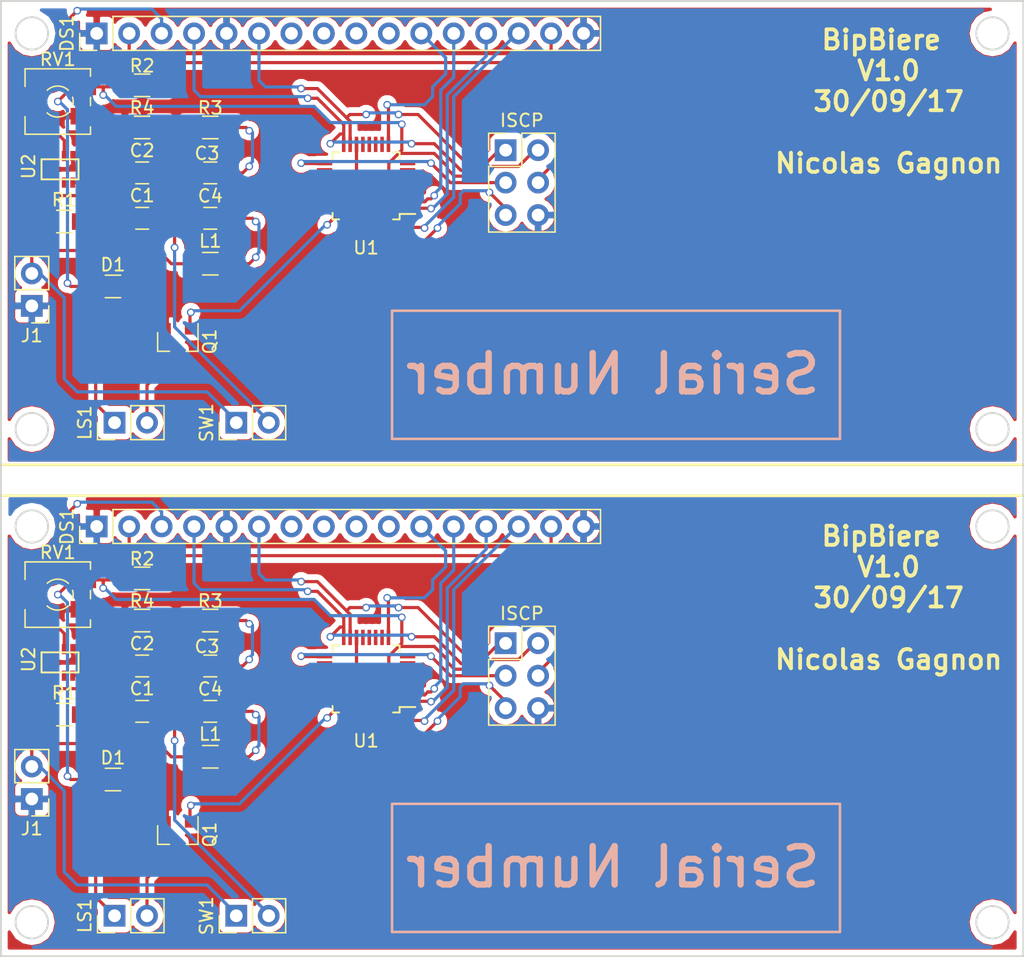
<source format=kicad_pcb>
(kicad_pcb (version 4) (host pcbnew 4.0.6)
  (layers (0 F.Cu signal) (31 B.Cu signal hide) (34 B.Paste user) (35 F.Paste user) (36 B.SilkS user) (37 F.SilkS user) (38 B.Mask user) (39 F.Mask user) (44 Edge.Cuts user))
  (net 0 "")
  (net 1 "Net-(C1-Pad1)")
  (net 2 "Net-(C1-Pad2)")
  (net 3 "Net-(C2-Pad1)")
  (net 4 "Net-(C2-Pad2)")
  (net 5 GND)
  (net 6 +5V)
  (net 7 "Net-(D1-Pad2)")
  (net 8 "Net-(DS1-Pad3)")
  (net 9 "Net-(DS1-Pad7)")
  (net 10 "Net-(DS1-Pad8)")
  (net 11 "Net-(DS1-Pad9)")
  (net 12 "Net-(DS1-Pad10)")
  (net 13 "Net-(DS1-Pad11)")
  (net 14 "Net-(DS1-Pad12)")
  (net 15 "Net-(DS1-Pad13)")
  (net 16 "Net-(DS1-Pad14)")
  (net 17 "Net-(DS1-Pad15)")
  (net 18 "Net-(J1-Pad2)")
  (net 19 /Speaker)
  (net 20 "Net-(R1-Pad1)")
  (net 21 "Net-(SW1-Pad2)")
  (net 22 "Net-(U2-Pad7)")
  (net 23 "Net-(U1-Pad7)")
  (net 24 "Net-(U1-Pad8)")
  (net 25 "Net-(U1-Pad10)")
  (net 26 "Net-(U1-Pad11)")
  (net 27 "Net-(U1-Pad12)")
  (net 28 "Net-(U1-Pad13)")
  (net 29 "Net-(U1-Pad18)")
  (net 30 "Net-(U1-Pad19)")
  (net 31 "Net-(U1-Pad20)")
  (net 32 "Net-(U1-Pad22)")
  (net 33 "Net-(U1-Pad23)")
  (net 34 "Net-(U1-Pad24)")
  (net 35 "Net-(U1-Pad25)")
  (net 36 "Net-(U1-Pad26)")
  (net 37 "Net-(U1-Pad27)")
  (net 38 "Net-(U1-Pad28)")
  (net 39 "Net-(U1-Pad30)")
  (net 40 "Net-(U1-Pad31)")
  (net 41 "Net-(CON1-Pad1)")
  (net 42 "Net-(CON1-Pad3)")
  (net 43 "Net-(CON1-Pad4)")
  (net 44 "Net-(CON1-Pad5)")
  (module Pin_Headers:Pin_Header_Straight_2x03_Pitch2.54mm (layer F.Cu) (at 135.382 107.442)
    (fp_text reference ISCP (at 1.27 -2.33) (layer F.SilkS))
    (fp_text value AVR-ISP-6 hide)
    (pad 1 thru_hole rect (at 0 0) (size 1.7 1.7) (drill 1) (layers *.Cu *.Mask) (net 41 "Net-(CON1-Pad1)"))
    (pad 2 thru_hole oval (at 2.54 0) (size 1.7 1.7) (drill 1) (layers *.Cu *.Mask) (net 6 +5V))
    (pad 3 thru_hole oval (at 0 2.54) (size 1.7 1.7) (drill 1) (layers *.Cu *.Mask) (net 42 "Net-(CON1-Pad3)"))
    (pad 4 thru_hole oval (at 2.54 2.54) (size 1.7 1.7) (drill 1) (layers *.Cu *.Mask) (net 43 "Net-(CON1-Pad4)"))
    (pad 5 thru_hole oval (at 0 5.08) (size 1.7 1.7) (drill 1) (layers *.Cu *.Mask) (net 44 "Net-(CON1-Pad5)"))
    (pad 6 thru_hole oval (at 2.54 5.08) (size 1.7 1.7) (drill 1) (layers *.Cu *.Mask) (net 5 GND))
  )
  (module Pin_Headers:Pin_Header_Straight_1x16_Pitch2.54mm (layer F.Cu) (at 103.378 98.298 90)
    (fp_text reference DS1 (at 0 -2.33 90) (layer F.SilkS))
    (fp_text value LCD16X2 hide)
    (pad 1 thru_hole rect (at 0 0 90) (size 1.7 1.7) (drill 1) (layers *.Cu *.Mask) (net 5 GND))
    (pad 2 thru_hole oval (at 0 2.54 90) (size 1.7 1.7) (drill 1) (layers *.Cu *.Mask) (net 6 +5V))
    (pad 3 thru_hole oval (at 0 5.08 90) (size 1.7 1.7) (drill 1) (layers *.Cu *.Mask) (net 8 "Net-(DS1-Pad3)"))
    (pad 4 thru_hole oval (at 0 7.62 90) (size 1.7 1.7) (drill 1) (layers *.Cu *.Mask) (net 41 "Net-(CON1-Pad1)"))
    (pad 5 thru_hole oval (at 0 10.16 90) (size 1.7 1.7) (drill 1) (layers *.Cu *.Mask) (net 5 GND))
    (pad 6 thru_hole oval (at 0 12.7 90) (size 1.7 1.7) (drill 1) (layers *.Cu *.Mask) (net 43 "Net-(CON1-Pad4)"))
    (pad 7 thru_hole oval (at 0 15.24 90) (size 1.7 1.7) (drill 1) (layers *.Cu *.Mask) (net 9 "Net-(DS1-Pad7)"))
    (pad 8 thru_hole oval (at 0 17.78 90) (size 1.7 1.7) (drill 1) (layers *.Cu *.Mask) (net 10 "Net-(DS1-Pad8)"))
    (pad 9 thru_hole oval (at 0 20.32 90) (size 1.7 1.7) (drill 1) (layers *.Cu *.Mask) (net 11 "Net-(DS1-Pad9)"))
    (pad 10 thru_hole oval (at 0 22.86 90) (size 1.7 1.7) (drill 1) (layers *.Cu *.Mask) (net 12 "Net-(DS1-Pad10)"))
    (pad 11 thru_hole oval (at 0 25.4 90) (size 1.7 1.7) (drill 1) (layers *.Cu *.Mask) (net 13 "Net-(DS1-Pad11)"))
    (pad 12 thru_hole oval (at 0 27.94 90) (size 1.7 1.7) (drill 1) (layers *.Cu *.Mask) (net 14 "Net-(DS1-Pad12)"))
    (pad 13 thru_hole oval (at 0 30.48 90) (size 1.7 1.7) (drill 1) (layers *.Cu *.Mask) (net 15 "Net-(DS1-Pad13)"))
    (pad 14 thru_hole oval (at 0 33.02 90) (size 1.7 1.7) (drill 1) (layers *.Cu *.Mask) (net 16 "Net-(DS1-Pad14)"))
    (pad 15 thru_hole oval (at 0 35.56 90) (size 1.7 1.7) (drill 1) (layers *.Cu *.Mask) (net 17 "Net-(DS1-Pad15)"))
    (pad 16 thru_hole oval (at 0 38.1 90) (size 1.7 1.7) (drill 1) (layers *.Cu *.Mask) (net 5 GND))
  )
  (module Pin_Headers:Pin_Header_Straight_1x02_Pitch2.54mm (layer F.Cu) (at 98.298 119.634 180)
    (fp_text reference J1 (at 0 -2.33 180) (layer F.SilkS))
    (fp_text value Batt hide)
    (pad 1 thru_hole rect (at 0 0 180) (size 1.7 1.7) (drill 1) (layers *.Cu *.Mask) (net 5 GND))
    (pad 2 thru_hole oval (at 0 2.54 180) (size 1.7 1.7) (drill 1) (layers *.Cu *.Mask) (net 18 "Net-(J1-Pad2)"))
  )
  (module Housings_QFP:LQFP-32_5x5mm_Pitch0.5mm (layer F.Cu) (at 124.46 110.236 180)
    (fp_text reference U1 (at 0 -4.85 180) (layer F.SilkS))
    (fp_text value ATMEGA328-AU hide)
    (pad 1 smd rect (at -3.25 -1.75 180) (size 1.2 0.28) (layers F.Cu F.Paste F.Mask) (net 15 "Net-(DS1-Pad13)"))
    (pad 2 smd rect (at -3.25 -1.25 180) (size 1.2 0.28) (layers F.Cu F.Paste F.Mask) (net 14 "Net-(DS1-Pad12)"))
    (pad 3 smd rect (at -3.25 -0.75 180) (size 1.2 0.28) (layers F.Cu F.Paste F.Mask) (net 5 GND))
    (pad 4 smd rect (at -3.25 -0.25 180) (size 1.2 0.28) (layers F.Cu F.Paste F.Mask) (net 6 +5V))
    (pad 5 smd rect (at -3.25 0.25 180) (size 1.2 0.28) (layers F.Cu F.Paste F.Mask) (net 5 GND))
    (pad 6 smd rect (at -3.25 0.75 180) (size 1.2 0.28) (layers F.Cu F.Paste F.Mask) (net 6 +5V))
    (pad 7 smd rect (at -3.25 1.25 180) (size 1.2 0.28) (layers F.Cu F.Paste F.Mask) (net 23 "Net-(U1-Pad7)"))
    (pad 8 smd rect (at -3.25 1.75 180) (size 1.2 0.28) (layers F.Cu F.Paste F.Mask) (net 24 "Net-(U1-Pad8)"))
    (pad 9 smd rect (at -1.75 3.25 270) (size 1.2 0.28) (layers F.Cu F.Paste F.Mask) (net 13 "Net-(DS1-Pad11)"))
    (pad 10 smd rect (at -1.25 3.25 270) (size 1.2 0.28) (layers F.Cu F.Paste F.Mask) (net 25 "Net-(U1-Pad10)"))
    (pad 11 smd rect (at -0.75 3.25 270) (size 1.2 0.28) (layers F.Cu F.Paste F.Mask) (net 26 "Net-(U1-Pad11)"))
    (pad 12 smd rect (at -0.25 3.25 270) (size 1.2 0.28) (layers F.Cu F.Paste F.Mask) (net 27 "Net-(U1-Pad12)"))
    (pad 13 smd rect (at 0.25 3.25 270) (size 1.2 0.28) (layers F.Cu F.Paste F.Mask) (net 28 "Net-(U1-Pad13)"))
    (pad 14 smd rect (at 0.75 3.25 270) (size 1.2 0.28) (layers F.Cu F.Paste F.Mask) (net 19 /Speaker))
    (pad 15 smd rect (at 1.25 3.25 270) (size 1.2 0.28) (layers F.Cu F.Paste F.Mask) (net 43 "Net-(CON1-Pad4)"))
    (pad 16 smd rect (at 1.75 3.25 270) (size 1.2 0.28) (layers F.Cu F.Paste F.Mask) (net 41 "Net-(CON1-Pad1)"))
    (pad 17 smd rect (at 3.25 1.75 180) (size 1.2 0.28) (layers F.Cu F.Paste F.Mask) (net 42 "Net-(CON1-Pad3)"))
    (pad 18 smd rect (at 3.25 1.25 180) (size 1.2 0.28) (layers F.Cu F.Paste F.Mask) (net 29 "Net-(U1-Pad18)"))
    (pad 19 smd rect (at 3.25 0.75 180) (size 1.2 0.28) (layers F.Cu F.Paste F.Mask) (net 30 "Net-(U1-Pad19)"))
    (pad 20 smd rect (at 3.25 0.25 180) (size 1.2 0.28) (layers F.Cu F.Paste F.Mask) (net 31 "Net-(U1-Pad20)"))
    (pad 21 smd rect (at 3.25 -0.25 180) (size 1.2 0.28) (layers F.Cu F.Paste F.Mask) (net 5 GND))
    (pad 22 smd rect (at 3.25 -0.75 180) (size 1.2 0.28) (layers F.Cu F.Paste F.Mask) (net 32 "Net-(U1-Pad22)"))
    (pad 23 smd rect (at 3.25 -1.25 180) (size 1.2 0.28) (layers F.Cu F.Paste F.Mask) (net 33 "Net-(U1-Pad23)"))
    (pad 24 smd rect (at 3.25 -1.75 180) (size 1.2 0.28) (layers F.Cu F.Paste F.Mask) (net 34 "Net-(U1-Pad24)"))
    (pad 25 smd rect (at 1.75 -3.25 270) (size 1.2 0.28) (layers F.Cu F.Paste F.Mask) (net 35 "Net-(U1-Pad25)"))
    (pad 26 smd rect (at 1.25 -3.25 270) (size 1.2 0.28) (layers F.Cu F.Paste F.Mask) (net 36 "Net-(U1-Pad26)"))
    (pad 27 smd rect (at 0.75 -3.25 270) (size 1.2 0.28) (layers F.Cu F.Paste F.Mask) (net 37 "Net-(U1-Pad27)"))
    (pad 28 smd rect (at 0.25 -3.25 270) (size 1.2 0.28) (layers F.Cu F.Paste F.Mask) (net 38 "Net-(U1-Pad28)"))
    (pad 29 smd rect (at -0.25 -3.25 270) (size 1.2 0.28) (layers F.Cu F.Paste F.Mask) (net 44 "Net-(CON1-Pad5)"))
    (pad 30 smd rect (at -0.75 -3.25 270) (size 1.2 0.28) (layers F.Cu F.Paste F.Mask) (net 39 "Net-(U1-Pad30)"))
    (pad 31 smd rect (at -1.25 -3.25 270) (size 1.2 0.28) (layers F.Cu F.Paste F.Mask) (net 40 "Net-(U1-Pad31)"))
    (pad 32 smd rect (at -1.75 -3.25 270) (size 1.2 0.28) (layers F.Cu F.Paste F.Mask) (net 16 "Net-(DS1-Pad14)"))
  )
  (module BipBiere:RT6215E (layer F.Cu) (at 100.33 108.712 270)
    (fp_text reference U2 (at 0 2.286 270) (layer F.SilkS))
    (fp_text value RT6215E hide)
    (pad 2 smd rect (at -0.8128 -0.508 270) (size 0.801 0.38) (layers F.Cu F.Paste F.Mask) (net 18 "Net-(J1-Pad2)"))
    (pad 3 smd rect (at -0.8128 0.1524 270) (size 0.801 0.38) (layers F.Cu F.Paste F.Mask) (net 1 "Net-(C1-Pad1)"))
    (pad 4 smd rect (at -0.8128 0.8128 270) (size 0.801 0.38) (layers F.Cu F.Paste F.Mask) (net 5 GND))
    (pad 5 smd rect (at 1.27 0.8128 270) (size 0.801 0.38) (layers F.Cu F.Paste F.Mask) (net 20 "Net-(R1-Pad1)"))
    (pad 6 smd rect (at 1.27 0.1524 270) (size 0.801 0.38) (layers F.Cu F.Paste F.Mask) (net 21 "Net-(SW1-Pad2)"))
    (pad 7 smd rect (at 1.27 -0.508 270) (size 0.801 0.38) (layers F.Cu F.Paste F.Mask) (net 22 "Net-(U2-Pad7)"))
    (pad 8 smd rect (at 1.27 -1.1684 270) (size 0.801 0.38) (layers F.Cu F.Paste F.Mask) (net 3 "Net-(C2-Pad1)"))
    (pad 1 smd rect (at -0.8128 -1.1684 270) (size 0.801 0.38) (layers F.Cu F.Paste F.Mask) (net 5 GND))
  )
  (module Pin_Headers:Pin_Header_Straight_1x02_Pitch2.54mm (layer F.Cu) (at 114.3 128.778 90)
    (fp_text reference SW1 (at 0 -2.33 90) (layer F.SilkS))
    (fp_text value SW_SPST hide)
    (pad 1 thru_hole rect (at 0 0 90) (size 1.7 1.7) (drill 1) (layers *.Cu *.Mask) (net 18 "Net-(J1-Pad2)"))
    (pad 2 thru_hole oval (at 0 2.54 90) (size 1.7 1.7) (drill 1) (layers *.Cu *.Mask) (net 21 "Net-(SW1-Pad2)"))
  )
  (module Potentiometers:Potentiometer_Trimmer_Vishay_TS53YJ (layer F.Cu) (at 100.33 103.632)
    (fp_text reference RV1 (at 0 -3.302) (layer F.SilkS))
    (fp_text value 10k hide)
    (pad 1 smd rect (at 2 -1.15) (size 2 1.3) (layers F.Cu F.Mask) (net 6 +5V))
    (pad 2 smd rect (at -2 0) (size 2 2) (layers F.Cu F.Mask) (net 8 "Net-(DS1-Pad3)"))
    (pad 3 smd rect (at 2 1.15) (size 2 1.3) (layers F.Cu F.Mask) (net 5 GND))
  )
  (module Resistors_SMD:R_0805_HandSoldering (layer F.Cu) (at 106.934 105.664 180)
    (fp_text reference R4 (at 0 1.524 180) (layer F.SilkS))
    (fp_text value 20k hide)
    (pad 1 smd rect (at -1.35 0 180) (size 1.5 1.3) (layers F.Cu F.Paste F.Mask) (net 3 "Net-(C2-Pad1)"))
    (pad 2 smd rect (at 1.35 0 180) (size 1.5 1.3) (layers F.Cu F.Paste F.Mask) (net 5 GND))
  )
  (module Resistors_SMD:R_0805_HandSoldering (layer F.Cu) (at 112.268 105.664 180)
    (fp_text reference R3 (at 0 1.524 180) (layer F.SilkS))
    (fp_text value 107k hide)
    (pad 1 smd rect (at -1.35 0 180) (size 1.5 1.3) (layers F.Cu F.Paste F.Mask) (net 4 "Net-(C2-Pad2)"))
    (pad 2 smd rect (at 1.35 0 180) (size 1.5 1.3) (layers F.Cu F.Paste F.Mask) (net 3 "Net-(C2-Pad1)"))
  )
  (module Resistors_SMD:R_0805_HandSoldering (layer F.Cu) (at 106.934 102.362 180)
    (fp_text reference R2 (at 0 1.524 180) (layer F.SilkS))
    (fp_text value 220 hide)
    (pad 1 smd rect (at -1.35 0 180) (size 1.5 1.3) (layers F.Cu F.Paste F.Mask) (net 17 "Net-(DS1-Pad15)"))
    (pad 2 smd rect (at 1.35 0 180) (size 1.5 1.3) (layers F.Cu F.Paste F.Mask) (net 6 +5V))
  )
  (module Resistors_SMD:R_0805_HandSoldering (layer F.Cu) (at 100.838 113.03)
    (fp_text reference R1 (at 0 -1.7) (layer F.SilkS))
    (fp_text value 20 hide)
    (pad 1 smd rect (at -1.35 0) (size 1.5 1.3) (layers F.Cu F.Paste F.Mask) (net 20 "Net-(R1-Pad1)"))
    (pad 2 smd rect (at 1.35 0) (size 1.5 1.3) (layers F.Cu F.Paste F.Mask) (net 2 "Net-(C1-Pad2)"))
  )
  (module TO_SOT_Packages_SMD:SOT-23 (layer F.Cu) (at 109.728 122.428 270)
    (fp_text reference Q1 (at 0 -2.5 270) (layer F.SilkS))
    (fp_text value 2N7002 hide)
    (pad 1 smd rect (at -1 -0.95 270) (size 0.9 0.8) (layers F.Cu F.Paste F.Mask) (net 19 /Speaker))
    (pad 2 smd rect (at -1 0.95 270) (size 0.9 0.8) (layers F.Cu F.Paste F.Mask) (net 5 GND))
    (pad 3 smd rect (at 1 0 270) (size 0.9 0.8) (layers F.Cu F.Paste F.Mask) (net 7 "Net-(D1-Pad2)"))
  )
  (module Pin_Headers:Pin_Header_Straight_1x02_Pitch2.54mm (layer F.Cu) (at 104.775 128.778 90)
    (fp_text reference LS1 (at 0 -2.33 90) (layer F.SilkS))
    (fp_text value Speaker hide)
    (pad 1 thru_hole rect (at 0 0 90) (size 1.7 1.7) (drill 1) (layers *.Cu *.Mask) (net 6 +5V))
    (pad 2 thru_hole oval (at 0 2.54 90) (size 1.7 1.7) (drill 1) (layers *.Cu *.Mask) (net 7 "Net-(D1-Pad2)"))
  )
  (module Inductors_SMD:L_0805_HandSoldering (layer F.Cu) (at 112.268 116.332)
    (fp_text reference L1 (at 0 -1.778) (layer F.SilkS))
    (fp_text value L hide)
    (pad 1 smd rect (at -1.35 0) (size 1.5 1.3) (layers F.Cu F.Paste F.Mask) (net 1 "Net-(C1-Pad1)"))
    (pad 2 smd rect (at 1.35 0) (size 1.5 1.3) (layers F.Cu F.Paste F.Mask) (net 4 "Net-(C2-Pad2)"))
  )
  (module Resistors_SMD:R_0805_HandSoldering (layer F.Cu) (at 104.648 118.11)
    (fp_text reference D1 (at 0 -1.7) (layer F.SilkS))
    (fp_text value "Shockley 0.45V" hide)
    (pad 1 smd rect (at -1.35 0) (size 1.5 1.3) (layers F.Cu F.Paste F.Mask) (net 6 +5V))
    (pad 2 smd rect (at 1.35 0) (size 1.5 1.3) (layers F.Cu F.Paste F.Mask) (net 7 "Net-(D1-Pad2)"))
  )
  (module Capacitors_SMD:C_0805_HandSoldering (layer F.Cu) (at 112.268 112.776)
    (fp_text reference C4 (at 0 -1.75) (layer F.SilkS))
    (fp_text value 22u hide)
    (pad 1 smd rect (at -1.25 0) (size 1.5 1.25) (layers F.Cu F.Paste F.Mask) (net 5 GND))
    (pad 2 smd rect (at 1.25 0) (size 1.5 1.25) (layers F.Cu F.Paste F.Mask) (net 4 "Net-(C2-Pad2)"))
  )
  (module Capacitors_SMD:C_0805_HandSoldering (layer F.Cu) (at 112.268 109.22)
    (fp_text reference C3 (at -0.254 -1.524) (layer F.SilkS))
    (fp_text value 22u hide)
    (pad 1 smd rect (at -1.25 0) (size 1.5 1.25) (layers F.Cu F.Paste F.Mask) (net 5 GND))
    (pad 2 smd rect (at 1.25 0) (size 1.5 1.25) (layers F.Cu F.Paste F.Mask) (net 4 "Net-(C2-Pad2)"))
  )
  (module Capacitors_SMD:C_0805_HandSoldering (layer F.Cu) (at 106.934 109.22)
    (fp_text reference C2 (at 0 -1.75) (layer F.SilkS))
    (fp_text value 22p hide)
    (pad 1 smd rect (at -1.25 0) (size 1.5 1.25) (layers F.Cu F.Paste F.Mask) (net 3 "Net-(C2-Pad1)"))
    (pad 2 smd rect (at 1.25 0) (size 1.5 1.25) (layers F.Cu F.Paste F.Mask) (net 4 "Net-(C2-Pad2)"))
  )
  (module Capacitors_SMD:C_0805_HandSoldering (layer F.Cu) (at 106.934 112.776 180)
    (fp_text reference C1 (at 0 1.778 180) (layer F.SilkS))
    (fp_text value 0.1u hide)
    (pad 1 smd rect (at -1.25 0 180) (size 1.5 1.25) (layers F.Cu F.Paste F.Mask) (net 1 "Net-(C1-Pad1)"))
    (pad 2 smd rect (at 1.25 0 180) (size 1.5 1.25) (layers F.Cu F.Paste F.Mask) (net 2 "Net-(C1-Pad2)"))
  )
  (module Capacitors_SMD:C_0805_HandSoldering (layer F.Cu) (at 106.934 74.168 180)
    (fp_text reference C1 (at 0 1.778 180) (layer F.SilkS))
    (fp_text value 0.1u hide)
    (pad 1 smd rect (at -1.25 0 180) (size 1.5 1.25) (layers F.Cu F.Paste F.Mask) (net 1 "Net-(C1-Pad1)"))
    (pad 2 smd rect (at 1.25 0 180) (size 1.5 1.25) (layers F.Cu F.Paste F.Mask) (net 2 "Net-(C1-Pad2)"))
  )
  (module Capacitors_SMD:C_0805_HandSoldering (layer F.Cu) (at 106.934 70.612)
    (fp_text reference C2 (at 0 -1.75) (layer F.SilkS))
    (fp_text value 22p hide)
    (pad 1 smd rect (at -1.25 0) (size 1.5 1.25) (layers F.Cu F.Paste F.Mask) (net 3 "Net-(C2-Pad1)"))
    (pad 2 smd rect (at 1.25 0) (size 1.5 1.25) (layers F.Cu F.Paste F.Mask) (net 4 "Net-(C2-Pad2)"))
  )
  (module Capacitors_SMD:C_0805_HandSoldering (layer F.Cu) (at 112.268 70.612)
    (fp_text reference C3 (at -0.254 -1.524) (layer F.SilkS))
    (fp_text value 22u hide)
    (pad 1 smd rect (at -1.25 0) (size 1.5 1.25) (layers F.Cu F.Paste F.Mask) (net 5 GND))
    (pad 2 smd rect (at 1.25 0) (size 1.5 1.25) (layers F.Cu F.Paste F.Mask) (net 4 "Net-(C2-Pad2)"))
  )
  (module Capacitors_SMD:C_0805_HandSoldering (layer F.Cu) (at 112.268 74.168)
    (fp_text reference C4 (at 0 -1.75) (layer F.SilkS))
    (fp_text value 22u hide)
    (pad 1 smd rect (at -1.25 0) (size 1.5 1.25) (layers F.Cu F.Paste F.Mask) (net 5 GND))
    (pad 2 smd rect (at 1.25 0) (size 1.5 1.25) (layers F.Cu F.Paste F.Mask) (net 4 "Net-(C2-Pad2)"))
  )
  (module Resistors_SMD:R_0805_HandSoldering (layer F.Cu) (at 104.648 79.502)
    (fp_text reference D1 (at 0 -1.7) (layer F.SilkS))
    (fp_text value "Shockley 0.45V" hide)
    (pad 1 smd rect (at -1.35 0) (size 1.5 1.3) (layers F.Cu F.Paste F.Mask) (net 6 +5V))
    (pad 2 smd rect (at 1.35 0) (size 1.5 1.3) (layers F.Cu F.Paste F.Mask) (net 7 "Net-(D1-Pad2)"))
  )
  (module Inductors_SMD:L_0805_HandSoldering (layer F.Cu) (at 112.268 77.724)
    (fp_text reference L1 (at 0 -1.778) (layer F.SilkS))
    (fp_text value L hide)
    (pad 1 smd rect (at -1.35 0) (size 1.5 1.3) (layers F.Cu F.Paste F.Mask) (net 1 "Net-(C1-Pad1)"))
    (pad 2 smd rect (at 1.35 0) (size 1.5 1.3) (layers F.Cu F.Paste F.Mask) (net 4 "Net-(C2-Pad2)"))
  )
  (module Pin_Headers:Pin_Header_Straight_1x02_Pitch2.54mm (layer F.Cu) (at 104.775 90.17 90)
    (fp_text reference LS1 (at 0 -2.33 90) (layer F.SilkS))
    (fp_text value Speaker hide)
    (pad 1 thru_hole rect (at 0 0 90) (size 1.7 1.7) (drill 1) (layers *.Cu *.Mask) (net 6 +5V))
    (pad 2 thru_hole oval (at 0 2.54 90) (size 1.7 1.7) (drill 1) (layers *.Cu *.Mask) (net 7 "Net-(D1-Pad2)"))
  )
  (module TO_SOT_Packages_SMD:SOT-23 (layer F.Cu) (at 109.728 83.82 270)
    (fp_text reference Q1 (at 0 -2.5 270) (layer F.SilkS))
    (fp_text value 2N7002 hide)
    (pad 1 smd rect (at -1 -0.95 270) (size 0.9 0.8) (layers F.Cu F.Paste F.Mask) (net 19 /Speaker))
    (pad 2 smd rect (at -1 0.95 270) (size 0.9 0.8) (layers F.Cu F.Paste F.Mask) (net 5 GND))
    (pad 3 smd rect (at 1 0 270) (size 0.9 0.8) (layers F.Cu F.Paste F.Mask) (net 7 "Net-(D1-Pad2)"))
  )
  (module Resistors_SMD:R_0805_HandSoldering (layer F.Cu) (at 100.838 74.422)
    (fp_text reference R1 (at 0 -1.7) (layer F.SilkS))
    (fp_text value 20 hide)
    (pad 1 smd rect (at -1.35 0) (size 1.5 1.3) (layers F.Cu F.Paste F.Mask) (net 20 "Net-(R1-Pad1)"))
    (pad 2 smd rect (at 1.35 0) (size 1.5 1.3) (layers F.Cu F.Paste F.Mask) (net 2 "Net-(C1-Pad2)"))
  )
  (module Resistors_SMD:R_0805_HandSoldering (layer F.Cu) (at 106.934 63.754 180)
    (fp_text reference R2 (at 0 1.524 180) (layer F.SilkS))
    (fp_text value 220 hide)
    (pad 1 smd rect (at -1.35 0 180) (size 1.5 1.3) (layers F.Cu F.Paste F.Mask) (net 17 "Net-(DS1-Pad15)"))
    (pad 2 smd rect (at 1.35 0 180) (size 1.5 1.3) (layers F.Cu F.Paste F.Mask) (net 6 +5V))
  )
  (module Resistors_SMD:R_0805_HandSoldering (layer F.Cu) (at 112.268 67.056 180)
    (fp_text reference R3 (at 0 1.524 180) (layer F.SilkS))
    (fp_text value 107k hide)
    (pad 1 smd rect (at -1.35 0 180) (size 1.5 1.3) (layers F.Cu F.Paste F.Mask) (net 4 "Net-(C2-Pad2)"))
    (pad 2 smd rect (at 1.35 0 180) (size 1.5 1.3) (layers F.Cu F.Paste F.Mask) (net 3 "Net-(C2-Pad1)"))
  )
  (module Resistors_SMD:R_0805_HandSoldering (layer F.Cu) (at 106.934 67.056 180)
    (fp_text reference R4 (at 0 1.524 180) (layer F.SilkS))
    (fp_text value 20k hide)
    (pad 1 smd rect (at -1.35 0 180) (size 1.5 1.3) (layers F.Cu F.Paste F.Mask) (net 3 "Net-(C2-Pad1)"))
    (pad 2 smd rect (at 1.35 0 180) (size 1.5 1.3) (layers F.Cu F.Paste F.Mask) (net 5 GND))
  )
  (module Potentiometers:Potentiometer_Trimmer_Vishay_TS53YJ (layer F.Cu) (at 100.33 65.024)
    (fp_text reference RV1 (at 0 -3.302) (layer F.SilkS))
    (fp_text value 10k hide)
    (pad 1 smd rect (at 2 -1.15) (size 2 1.3) (layers F.Cu F.Mask) (net 6 +5V))
    (pad 2 smd rect (at -2 0) (size 2 2) (layers F.Cu F.Mask) (net 8 "Net-(DS1-Pad3)"))
    (pad 3 smd rect (at 2 1.15) (size 2 1.3) (layers F.Cu F.Mask) (net 5 GND))
  )
  (module Pin_Headers:Pin_Header_Straight_1x02_Pitch2.54mm (layer F.Cu) (at 114.3 90.17 90)
    (fp_text reference SW1 (at 0 -2.33 90) (layer F.SilkS))
    (fp_text value SW_SPST hide)
    (pad 1 thru_hole rect (at 0 0 90) (size 1.7 1.7) (drill 1) (layers *.Cu *.Mask) (net 18 "Net-(J1-Pad2)"))
    (pad 2 thru_hole oval (at 0 2.54 90) (size 1.7 1.7) (drill 1) (layers *.Cu *.Mask) (net 21 "Net-(SW1-Pad2)"))
  )
  (module BipBiere:RT6215E (layer F.Cu) (at 100.33 70.104 270)
    (fp_text reference U2 (at 0 2.286 270) (layer F.SilkS))
    (fp_text value RT6215E hide)
    (pad 2 smd rect (at -0.8128 -0.508 270) (size 0.801 0.38) (layers F.Cu F.Paste F.Mask) (net 18 "Net-(J1-Pad2)"))
    (pad 3 smd rect (at -0.8128 0.1524 270) (size 0.801 0.38) (layers F.Cu F.Paste F.Mask) (net 1 "Net-(C1-Pad1)"))
    (pad 4 smd rect (at -0.8128 0.8128 270) (size 0.801 0.38) (layers F.Cu F.Paste F.Mask) (net 5 GND))
    (pad 5 smd rect (at 1.27 0.8128 270) (size 0.801 0.38) (layers F.Cu F.Paste F.Mask) (net 20 "Net-(R1-Pad1)"))
    (pad 6 smd rect (at 1.27 0.1524 270) (size 0.801 0.38) (layers F.Cu F.Paste F.Mask) (net 21 "Net-(SW1-Pad2)"))
    (pad 7 smd rect (at 1.27 -0.508 270) (size 0.801 0.38) (layers F.Cu F.Paste F.Mask) (net 22 "Net-(U2-Pad7)"))
    (pad 8 smd rect (at 1.27 -1.1684 270) (size 0.801 0.38) (layers F.Cu F.Paste F.Mask) (net 3 "Net-(C2-Pad1)"))
    (pad 1 smd rect (at -0.8128 -1.1684 270) (size 0.801 0.38) (layers F.Cu F.Paste F.Mask) (net 5 GND))
  )
  (module Housings_QFP:LQFP-32_5x5mm_Pitch0.5mm (layer F.Cu) (at 124.46 71.628 180)
    (fp_text reference U1 (at 0 -4.85 180) (layer F.SilkS))
    (fp_text value ATMEGA328-AU hide)
    (pad 1 smd rect (at -3.25 -1.75 180) (size 1.2 0.28) (layers F.Cu F.Paste F.Mask) (net 15 "Net-(DS1-Pad13)"))
    (pad 2 smd rect (at -3.25 -1.25 180) (size 1.2 0.28) (layers F.Cu F.Paste F.Mask) (net 14 "Net-(DS1-Pad12)"))
    (pad 3 smd rect (at -3.25 -0.75 180) (size 1.2 0.28) (layers F.Cu F.Paste F.Mask) (net 5 GND))
    (pad 4 smd rect (at -3.25 -0.25 180) (size 1.2 0.28) (layers F.Cu F.Paste F.Mask) (net 6 +5V))
    (pad 5 smd rect (at -3.25 0.25 180) (size 1.2 0.28) (layers F.Cu F.Paste F.Mask) (net 5 GND))
    (pad 6 smd rect (at -3.25 0.75 180) (size 1.2 0.28) (layers F.Cu F.Paste F.Mask) (net 6 +5V))
    (pad 7 smd rect (at -3.25 1.25 180) (size 1.2 0.28) (layers F.Cu F.Paste F.Mask) (net 23 "Net-(U1-Pad7)"))
    (pad 8 smd rect (at -3.25 1.75 180) (size 1.2 0.28) (layers F.Cu F.Paste F.Mask) (net 24 "Net-(U1-Pad8)"))
    (pad 9 smd rect (at -1.75 3.25 270) (size 1.2 0.28) (layers F.Cu F.Paste F.Mask) (net 13 "Net-(DS1-Pad11)"))
    (pad 10 smd rect (at -1.25 3.25 270) (size 1.2 0.28) (layers F.Cu F.Paste F.Mask) (net 25 "Net-(U1-Pad10)"))
    (pad 11 smd rect (at -0.75 3.25 270) (size 1.2 0.28) (layers F.Cu F.Paste F.Mask) (net 26 "Net-(U1-Pad11)"))
    (pad 12 smd rect (at -0.25 3.25 270) (size 1.2 0.28) (layers F.Cu F.Paste F.Mask) (net 27 "Net-(U1-Pad12)"))
    (pad 13 smd rect (at 0.25 3.25 270) (size 1.2 0.28) (layers F.Cu F.Paste F.Mask) (net 28 "Net-(U1-Pad13)"))
    (pad 14 smd rect (at 0.75 3.25 270) (size 1.2 0.28) (layers F.Cu F.Paste F.Mask) (net 19 /Speaker))
    (pad 15 smd rect (at 1.25 3.25 270) (size 1.2 0.28) (layers F.Cu F.Paste F.Mask) (net 43 "Net-(CON1-Pad4)"))
    (pad 16 smd rect (at 1.75 3.25 270) (size 1.2 0.28) (layers F.Cu F.Paste F.Mask) (net 41 "Net-(CON1-Pad1)"))
    (pad 17 smd rect (at 3.25 1.75 180) (size 1.2 0.28) (layers F.Cu F.Paste F.Mask) (net 42 "Net-(CON1-Pad3)"))
    (pad 18 smd rect (at 3.25 1.25 180) (size 1.2 0.28) (layers F.Cu F.Paste F.Mask) (net 29 "Net-(U1-Pad18)"))
    (pad 19 smd rect (at 3.25 0.75 180) (size 1.2 0.28) (layers F.Cu F.Paste F.Mask) (net 30 "Net-(U1-Pad19)"))
    (pad 20 smd rect (at 3.25 0.25 180) (size 1.2 0.28) (layers F.Cu F.Paste F.Mask) (net 31 "Net-(U1-Pad20)"))
    (pad 21 smd rect (at 3.25 -0.25 180) (size 1.2 0.28) (layers F.Cu F.Paste F.Mask) (net 5 GND))
    (pad 22 smd rect (at 3.25 -0.75 180) (size 1.2 0.28) (layers F.Cu F.Paste F.Mask) (net 32 "Net-(U1-Pad22)"))
    (pad 23 smd rect (at 3.25 -1.25 180) (size 1.2 0.28) (layers F.Cu F.Paste F.Mask) (net 33 "Net-(U1-Pad23)"))
    (pad 24 smd rect (at 3.25 -1.75 180) (size 1.2 0.28) (layers F.Cu F.Paste F.Mask) (net 34 "Net-(U1-Pad24)"))
    (pad 25 smd rect (at 1.75 -3.25 270) (size 1.2 0.28) (layers F.Cu F.Paste F.Mask) (net 35 "Net-(U1-Pad25)"))
    (pad 26 smd rect (at 1.25 -3.25 270) (size 1.2 0.28) (layers F.Cu F.Paste F.Mask) (net 36 "Net-(U1-Pad26)"))
    (pad 27 smd rect (at 0.75 -3.25 270) (size 1.2 0.28) (layers F.Cu F.Paste F.Mask) (net 37 "Net-(U1-Pad27)"))
    (pad 28 smd rect (at 0.25 -3.25 270) (size 1.2 0.28) (layers F.Cu F.Paste F.Mask) (net 38 "Net-(U1-Pad28)"))
    (pad 29 smd rect (at -0.25 -3.25 270) (size 1.2 0.28) (layers F.Cu F.Paste F.Mask) (net 44 "Net-(CON1-Pad5)"))
    (pad 30 smd rect (at -0.75 -3.25 270) (size 1.2 0.28) (layers F.Cu F.Paste F.Mask) (net 39 "Net-(U1-Pad30)"))
    (pad 31 smd rect (at -1.25 -3.25 270) (size 1.2 0.28) (layers F.Cu F.Paste F.Mask) (net 40 "Net-(U1-Pad31)"))
    (pad 32 smd rect (at -1.75 -3.25 270) (size 1.2 0.28) (layers F.Cu F.Paste F.Mask) (net 16 "Net-(DS1-Pad14)"))
  )
  (module Pin_Headers:Pin_Header_Straight_1x02_Pitch2.54mm (layer F.Cu) (at 98.298 81.026 180)
    (fp_text reference J1 (at 0 -2.33 180) (layer F.SilkS))
    (fp_text value Batt hide)
    (pad 1 thru_hole rect (at 0 0 180) (size 1.7 1.7) (drill 1) (layers *.Cu *.Mask) (net 5 GND))
    (pad 2 thru_hole oval (at 0 2.54 180) (size 1.7 1.7) (drill 1) (layers *.Cu *.Mask) (net 18 "Net-(J1-Pad2)"))
  )
  (module Pin_Headers:Pin_Header_Straight_1x16_Pitch2.54mm (layer F.Cu) (at 103.378 59.69 90)
    (fp_text reference DS1 (at 0 -2.33 90) (layer F.SilkS))
    (fp_text value LCD16X2 hide)
    (pad 1 thru_hole rect (at 0 0 90) (size 1.7 1.7) (drill 1) (layers *.Cu *.Mask) (net 5 GND))
    (pad 2 thru_hole oval (at 0 2.54 90) (size 1.7 1.7) (drill 1) (layers *.Cu *.Mask) (net 6 +5V))
    (pad 3 thru_hole oval (at 0 5.08 90) (size 1.7 1.7) (drill 1) (layers *.Cu *.Mask) (net 8 "Net-(DS1-Pad3)"))
    (pad 4 thru_hole oval (at 0 7.62 90) (size 1.7 1.7) (drill 1) (layers *.Cu *.Mask) (net 41 "Net-(CON1-Pad1)"))
    (pad 5 thru_hole oval (at 0 10.16 90) (size 1.7 1.7) (drill 1) (layers *.Cu *.Mask) (net 5 GND))
    (pad 6 thru_hole oval (at 0 12.7 90) (size 1.7 1.7) (drill 1) (layers *.Cu *.Mask) (net 43 "Net-(CON1-Pad4)"))
    (pad 7 thru_hole oval (at 0 15.24 90) (size 1.7 1.7) (drill 1) (layers *.Cu *.Mask) (net 9 "Net-(DS1-Pad7)"))
    (pad 8 thru_hole oval (at 0 17.78 90) (size 1.7 1.7) (drill 1) (layers *.Cu *.Mask) (net 10 "Net-(DS1-Pad8)"))
    (pad 9 thru_hole oval (at 0 20.32 90) (size 1.7 1.7) (drill 1) (layers *.Cu *.Mask) (net 11 "Net-(DS1-Pad9)"))
    (pad 10 thru_hole oval (at 0 22.86 90) (size 1.7 1.7) (drill 1) (layers *.Cu *.Mask) (net 12 "Net-(DS1-Pad10)"))
    (pad 11 thru_hole oval (at 0 25.4 90) (size 1.7 1.7) (drill 1) (layers *.Cu *.Mask) (net 13 "Net-(DS1-Pad11)"))
    (pad 12 thru_hole oval (at 0 27.94 90) (size 1.7 1.7) (drill 1) (layers *.Cu *.Mask) (net 14 "Net-(DS1-Pad12)"))
    (pad 13 thru_hole oval (at 0 30.48 90) (size 1.7 1.7) (drill 1) (layers *.Cu *.Mask) (net 15 "Net-(DS1-Pad13)"))
    (pad 14 thru_hole oval (at 0 33.02 90) (size 1.7 1.7) (drill 1) (layers *.Cu *.Mask) (net 16 "Net-(DS1-Pad14)"))
    (pad 15 thru_hole oval (at 0 35.56 90) (size 1.7 1.7) (drill 1) (layers *.Cu *.Mask) (net 17 "Net-(DS1-Pad15)"))
    (pad 16 thru_hole oval (at 0 38.1 90) (size 1.7 1.7) (drill 1) (layers *.Cu *.Mask) (net 5 GND))
  )
  (module Pin_Headers:Pin_Header_Straight_2x03_Pitch2.54mm (layer F.Cu) (at 135.382 68.834)
    (fp_text reference ISCP (at 1.27 -2.33) (layer F.SilkS))
    (fp_text value AVR-ISP-6 hide)
    (pad 1 thru_hole rect (at 0 0) (size 1.7 1.7) (drill 1) (layers *.Cu *.Mask) (net 41 "Net-(CON1-Pad1)"))
    (pad 2 thru_hole oval (at 2.54 0) (size 1.7 1.7) (drill 1) (layers *.Cu *.Mask) (net 6 +5V))
    (pad 3 thru_hole oval (at 0 2.54) (size 1.7 1.7) (drill 1) (layers *.Cu *.Mask) (net 42 "Net-(CON1-Pad3)"))
    (pad 4 thru_hole oval (at 2.54 2.54) (size 1.7 1.7) (drill 1) (layers *.Cu *.Mask) (net 43 "Net-(CON1-Pad4)"))
    (pad 5 thru_hole oval (at 0 5.08) (size 1.7 1.7) (drill 1) (layers *.Cu *.Mask) (net 44 "Net-(CON1-Pad5)"))
    (pad 6 thru_hole oval (at 2.54 5.08) (size 1.7 1.7) (drill 1) (layers *.Cu *.Mask) (net 5 GND))
  )
  (gr_line (start 126.492 130.048) (end 161.544 130.048) (angle 90) (layer B.SilkS) (width 0.2))
  (gr_line (start 161.544 130.048) (end 161.544 120.015) (angle 90) (layer B.SilkS) (width 0.2))
  (gr_line (start 161.544 120.015) (end 126.492 120.015) (angle 90) (layer B.SilkS) (width 0.2))
  (gr_line (start 126.492 120.015) (end 126.492 130.048) (angle 90) (layer B.SilkS) (width 0.2))
  (gr_text "Serial Number" (at 143.764 124.968) (layer B.SilkS) (effects (font (size 3 3) (thickness 0.5)) (justify mirror)))
  (gr_text "Serial Number" (at 143.764 86.36) (layer B.SilkS) (effects (font (size 3 3) (thickness 0.5)) (justify mirror)))
  (gr_line (start 126.492 81.407) (end 126.492 91.44) (angle 90) (layer B.SilkS) (width 0.2))
  (gr_line (start 161.544 81.407) (end 126.492 81.407) (angle 90) (layer B.SilkS) (width 0.2))
  (gr_line (start 161.544 91.44) (end 161.544 81.407) (angle 90) (layer B.SilkS) (width 0.2))
  (gr_line (start 126.492 91.44) (end 161.544 91.44) (angle 90) (layer B.SilkS) (width 0.2))
  (gr_text "BipBiere \nV1.0\n30/09/17\n\nNicolas Gagnon" (at 165.354 103.886) (layer F.SilkS) (effects (font (size 1.5 1.5) (thickness 0.3))))
  (gr_text "BipBiere \nV1.0\n30/09/17\n\nNicolas Gagnon" (at 165.354 65.024) (layer F.SilkS) (effects (font (size 1.5 1.5) (thickness 0.3))))
  (gr_circle (center 98.298 98.298) (end 98.298 97.028) (layer Edge.Cuts) (width 0.15))
  (gr_circle (center 98.298 129.286) (end 97.028 129.286) (layer Edge.Cuts) (width 0.15))
  (gr_line (start 96.012 95.885) (end 175.768 95.885) (angle 90) (layer F.SilkS) (width 0.2))
  (gr_line (start 175.768 93.472) (end 96.012 93.472) (angle 90) (layer F.SilkS) (width 0.2))
  (gr_line (start 175.895 93.345) (end 175.895 95.758) (angle 90) (layer Edge.Cuts) (width 0.15))
  (gr_line (start 95.885 93.345) (end 95.885 95.758) (angle 90) (layer Edge.Cuts) (width 0.15))
  (gr_line (start 95.885 95.758) (end 95.885 131.953) (angle 90) (layer Edge.Cuts) (width 0.15))
  (gr_line (start 175.895 95.758) (end 175.895 131.953) (angle 90) (layer Edge.Cuts) (width 0.15))
  (gr_line (start 95.885 131.953) (end 175.895 131.953) (angle 90) (layer Edge.Cuts) (width 0.15))
  (gr_circle (center 173.482 129.286) (end 174.752 129.286) (layer Edge.Cuts) (width 0.15))
  (gr_circle (center 173.482 98.298) (end 174.752 98.298) (layer Edge.Cuts) (width 0.15))
  (gr_circle (center 173.482 59.69) (end 174.752 59.69) (layer Edge.Cuts) (width 0.15))
  (gr_circle (center 173.482 90.678) (end 174.752 90.678) (layer Edge.Cuts) (width 0.15))
  (gr_circle (center 98.298 90.678) (end 97.028 90.678) (layer Edge.Cuts) (width 0.15))
  (gr_circle (center 98.298 59.69) (end 98.298 58.42) (layer Edge.Cuts) (width 0.15))
  (gr_line (start 175.895 57.15) (end 95.885 57.15) (angle 90) (layer Edge.Cuts) (width 0.15))
  (gr_line (start 175.895 57.15) (end 175.895 93.345) (angle 90) (layer Edge.Cuts) (width 0.15))
  (gr_line (start 95.885 57.15) (end 95.885 93.345) (angle 90) (layer Edge.Cuts) (width 0.15))
  (segment (start 109.22 116.332) (end 108.184 115.296) (width 0.25) (layer F.Cu) (net 1))
  (segment (start 108.184 115.296) (end 108.184 112.776) (width 0.25) (layer F.Cu) (net 1))
  (segment (start 110.918 116.332) (end 109.22 116.332) (width 0.25) (layer F.Cu) (net 1))
  (segment (start 98.786 115.296) (end 97.79 114.3) (width 0.25) (layer F.Cu) (net 1))
  (segment (start 97.79 114.3) (end 97.79 106.934) (width 0.25) (layer F.Cu) (net 1))
  (segment (start 97.79 106.934) (end 98.298 106.426) (width 0.25) (layer F.Cu) (net 1))
  (segment (start 98.298 106.426) (end 99.822 106.426) (width 0.25) (layer F.Cu) (net 1))
  (segment (start 99.822 106.426) (end 100.1776 106.7816) (width 0.25) (layer F.Cu) (net 1))
  (segment (start 100.1776 106.7816) (end 100.1776 107.8992) (width 0.25) (layer F.Cu) (net 1))
  (segment (start 108.184 115.296) (end 98.786 115.296) (width 0.25) (layer F.Cu) (net 1))
  (segment (start 108.184 76.688) (end 98.786 76.688) (width 0.25) (layer F.Cu) (net 1))
  (segment (start 100.1776 68.1736) (end 100.1776 69.2912) (width 0.25) (layer F.Cu) (net 1))
  (segment (start 99.822 67.818) (end 100.1776 68.1736) (width 0.25) (layer F.Cu) (net 1))
  (segment (start 98.298 67.818) (end 99.822 67.818) (width 0.25) (layer F.Cu) (net 1))
  (segment (start 97.79 68.326) (end 98.298 67.818) (width 0.25) (layer F.Cu) (net 1))
  (segment (start 97.79 75.692) (end 97.79 68.326) (width 0.25) (layer F.Cu) (net 1))
  (segment (start 98.786 76.688) (end 97.79 75.692) (width 0.25) (layer F.Cu) (net 1))
  (segment (start 110.918 77.724) (end 109.22 77.724) (width 0.25) (layer F.Cu) (net 1))
  (segment (start 108.184 76.688) (end 108.184 74.168) (width 0.25) (layer F.Cu) (net 1))
  (segment (start 109.22 77.724) (end 108.184 76.688) (width 0.25) (layer F.Cu) (net 1))
  (segment (start 102.442 112.776) (end 102.188 113.03) (width 0.25) (layer F.Cu) (net 2))
  (segment (start 105.684 112.776) (end 102.442 112.776) (width 0.25) (layer F.Cu) (net 2))
  (segment (start 105.684 74.168) (end 102.442 74.168) (width 0.25) (layer F.Cu) (net 2))
  (segment (start 102.442 74.168) (end 102.188 74.422) (width 0.25) (layer F.Cu) (net 2))
  (segment (start 104.922 109.982) (end 105.684 109.22) (width 0.25) (layer F.Cu) (net 3))
  (segment (start 101.4984 109.982) (end 104.922 109.982) (width 0.25) (layer F.Cu) (net 3))
  (segment (start 110.918 105.664) (end 108.284 105.664) (width 0.25) (layer F.Cu) (net 3))
  (segment (start 108.284 106.62) (end 105.684 109.22) (width 0.25) (layer F.Cu) (net 3))
  (segment (start 108.284 105.664) (end 108.284 106.62) (width 0.25) (layer F.Cu) (net 3))
  (segment (start 108.284 67.056) (end 108.284 68.012) (width 0.25) (layer F.Cu) (net 3))
  (segment (start 108.284 68.012) (end 105.684 70.612) (width 0.25) (layer F.Cu) (net 3))
  (segment (start 110.918 67.056) (end 108.284 67.056) (width 0.25) (layer F.Cu) (net 3))
  (segment (start 101.4984 71.374) (end 104.922 71.374) (width 0.25) (layer F.Cu) (net 3))
  (segment (start 104.922 71.374) (end 105.684 70.612) (width 0.25) (layer F.Cu) (net 3))
  (segment (start 116.078 76.835) (end 116.078 74.549) (width 0.25) (layer B.Cu) (net 4))
  (via (at 115.824 77.216) (size 0.6) (drill 0.4) (layers F.Cu B.Cu) (net 4))
  (segment (start 115.824 77.089) (end 116.078 76.835) (width 0.25) (layer B.Cu) (net 4))
  (segment (start 113.618 77.724) (end 115.316 77.724) (width 0.25) (layer F.Cu) (net 4))
  (segment (start 115.57 74.168) (end 113.518 74.168) (width 0.25) (layer F.Cu) (net 4))
  (segment (start 115.824 74.422) (end 115.57 74.168) (width 0.25) (layer F.Cu) (net 4))
  (segment (start 116.078 74.549) (end 115.824 74.295) (width 0.25) (layer B.Cu) (net 4))
  (via (at 115.824 74.422) (size 0.6) (drill 0.4) (layers F.Cu B.Cu) (net 4))
  (segment (start 115.316 77.724) (end 115.824 77.216) (width 0.25) (layer F.Cu) (net 4))
  (segment (start 113.518 77.624) (end 113.618 77.724) (width 0.25) (layer F.Cu) (net 4))
  (segment (start 113.518 111.018) (end 113.518 112.776) (width 0.25) (layer F.Cu) (net 4))
  (segment (start 113.538 110.998) (end 113.518 111.018) (width 0.25) (layer F.Cu) (net 4))
  (segment (start 109.728 110.998) (end 113.538 110.998) (width 0.25) (layer F.Cu) (net 4))
  (segment (start 108.184 109.454) (end 109.728 110.998) (width 0.25) (layer F.Cu) (net 4))
  (segment (start 108.184 109.22) (end 108.184 109.454) (width 0.25) (layer F.Cu) (net 4))
  (segment (start 113.518 110.998) (end 113.538 110.998) (width 0.25) (layer F.Cu) (net 4))
  (segment (start 113.518 109.22) (end 113.518 110.998) (width 0.25) (layer F.Cu) (net 4))
  (segment (start 113.518 116.232) (end 113.618 116.332) (width 0.25) (layer F.Cu) (net 4))
  (segment (start 113.618 109.12) (end 113.518 109.22) (width 0.25) (layer F.Cu) (net 4))
  (segment (start 114.808 109.22) (end 115.316 108.712) (width 0.25) (layer F.Cu) (net 4))
  (via (at 115.316 108.712) (size 0.6) (drill 0.4) (layers F.Cu B.Cu) (net 4))
  (via (at 115.316 105.918) (size 0.6) (drill 0.4) (layers F.Cu B.Cu) (net 4))
  (segment (start 115.316 105.918) (end 115.062 105.664) (width 0.25) (layer F.Cu) (net 4))
  (segment (start 115.062 105.664) (end 113.618 105.664) (width 0.25) (layer F.Cu) (net 4))
  (segment (start 113.518 109.22) (end 114.808 109.22) (width 0.25) (layer F.Cu) (net 4))
  (segment (start 115.316 116.332) (end 115.824 115.824) (width 0.25) (layer F.Cu) (net 4))
  (via (at 115.824 115.824) (size 0.6) (drill 0.4) (layers F.Cu B.Cu) (net 4))
  (via (at 115.824 113.03) (size 0.6) (drill 0.4) (layers F.Cu B.Cu) (net 4))
  (segment (start 115.824 113.03) (end 115.57 112.776) (width 0.25) (layer F.Cu) (net 4))
  (segment (start 115.57 112.776) (end 113.518 112.776) (width 0.25) (layer F.Cu) (net 4))
  (segment (start 113.618 116.332) (end 115.316 116.332) (width 0.25) (layer F.Cu) (net 4))
  (segment (start 115.316 108.585) (end 115.57 108.331) (width 0.25) (layer B.Cu) (net 4))
  (segment (start 115.57 108.331) (end 115.57 106.045) (width 0.25) (layer B.Cu) (net 4))
  (segment (start 115.57 106.045) (end 115.316 105.791) (width 0.25) (layer B.Cu) (net 4))
  (segment (start 115.824 115.697) (end 116.078 115.443) (width 0.25) (layer B.Cu) (net 4))
  (segment (start 116.078 115.443) (end 116.078 113.157) (width 0.25) (layer B.Cu) (net 4))
  (segment (start 116.078 113.157) (end 115.824 112.903) (width 0.25) (layer B.Cu) (net 4))
  (segment (start 115.57 67.437) (end 115.316 67.183) (width 0.25) (layer B.Cu) (net 4))
  (segment (start 115.57 69.723) (end 115.57 67.437) (width 0.25) (layer B.Cu) (net 4))
  (segment (start 115.316 69.977) (end 115.57 69.723) (width 0.25) (layer B.Cu) (net 4))
  (segment (start 113.518 70.612) (end 114.808 70.612) (width 0.25) (layer F.Cu) (net 4))
  (segment (start 115.062 67.056) (end 113.618 67.056) (width 0.25) (layer F.Cu) (net 4))
  (segment (start 115.316 67.31) (end 115.062 67.056) (width 0.25) (layer F.Cu) (net 4))
  (via (at 115.316 67.31) (size 0.6) (drill 0.4) (layers F.Cu B.Cu) (net 4))
  (via (at 115.316 70.104) (size 0.6) (drill 0.4) (layers F.Cu B.Cu) (net 4))
  (segment (start 114.808 70.612) (end 115.316 70.104) (width 0.25) (layer F.Cu) (net 4))
  (segment (start 113.618 70.512) (end 113.518 70.612) (width 0.25) (layer F.Cu) (net 4))
  (segment (start 113.518 70.612) (end 113.518 72.39) (width 0.25) (layer F.Cu) (net 4))
  (segment (start 113.518 72.39) (end 113.538 72.39) (width 0.25) (layer F.Cu) (net 4))
  (segment (start 108.184 70.612) (end 108.184 70.846) (width 0.25) (layer F.Cu) (net 4))
  (segment (start 108.184 70.846) (end 109.728 72.39) (width 0.25) (layer F.Cu) (net 4))
  (segment (start 109.728 72.39) (end 113.538 72.39) (width 0.25) (layer F.Cu) (net 4))
  (segment (start 113.538 72.39) (end 113.518 72.41) (width 0.25) (layer F.Cu) (net 4))
  (segment (start 113.518 72.41) (end 113.518 74.168) (width 0.25) (layer F.Cu) (net 4))
  (segment (start 127.714 109.982) (end 127.71 109.986) (width 0.25) (layer F.Cu) (net 5))
  (segment (start 119.638 110.486) (end 119.634 110.49) (width 0.25) (layer F.Cu) (net 5))
  (segment (start 121.21 110.486) (end 119.638 110.486) (width 0.25) (layer F.Cu) (net 5))
  (segment (start 99.5172 108.6612) (end 99.822 108.966) (width 0.25) (layer F.Cu) (net 5))
  (segment (start 99.822 108.966) (end 101.092 108.966) (width 0.25) (layer F.Cu) (net 5))
  (segment (start 101.092 108.966) (end 101.4984 108.5596) (width 0.25) (layer F.Cu) (net 5))
  (segment (start 101.4984 108.5596) (end 101.4984 107.8992) (width 0.25) (layer F.Cu) (net 5))
  (segment (start 99.5172 107.8992) (end 99.5172 108.6612) (width 0.25) (layer F.Cu) (net 5))
  (segment (start 102.33 107.0676) (end 101.4984 107.8992) (width 0.25) (layer F.Cu) (net 5))
  (segment (start 102.33 104.782) (end 102.33 107.0676) (width 0.25) (layer F.Cu) (net 5))
  (segment (start 128.774 109.986) (end 128.778 109.982) (width 0.25) (layer F.Cu) (net 5))
  (segment (start 127.71 109.986) (end 128.774 109.986) (width 0.25) (layer F.Cu) (net 5))
  (segment (start 128.782 109.986) (end 129.032 110.236) (width 0.25) (layer F.Cu) (net 5))
  (segment (start 129.032 110.236) (end 129.032 110.744) (width 0.25) (layer F.Cu) (net 5))
  (segment (start 129.032 110.744) (end 128.79 110.986) (width 0.25) (layer F.Cu) (net 5))
  (segment (start 128.79 110.986) (end 127.71 110.986) (width 0.25) (layer F.Cu) (net 5))
  (segment (start 128.774 109.986) (end 128.782 109.986) (width 0.25) (layer F.Cu) (net 5))
  (segment (start 128.774 71.378) (end 128.782 71.378) (width 0.25) (layer F.Cu) (net 5))
  (segment (start 128.79 72.378) (end 127.71 72.378) (width 0.25) (layer F.Cu) (net 5))
  (segment (start 129.032 72.136) (end 128.79 72.378) (width 0.25) (layer F.Cu) (net 5))
  (segment (start 129.032 71.628) (end 129.032 72.136) (width 0.25) (layer F.Cu) (net 5))
  (segment (start 128.782 71.378) (end 129.032 71.628) (width 0.25) (layer F.Cu) (net 5))
  (segment (start 127.71 71.378) (end 128.774 71.378) (width 0.25) (layer F.Cu) (net 5))
  (segment (start 128.774 71.378) (end 128.778 71.374) (width 0.25) (layer F.Cu) (net 5))
  (segment (start 102.33 66.174) (end 102.33 68.4596) (width 0.25) (layer F.Cu) (net 5))
  (segment (start 102.33 68.4596) (end 101.4984 69.2912) (width 0.25) (layer F.Cu) (net 5))
  (segment (start 99.5172 69.2912) (end 99.5172 70.0532) (width 0.25) (layer F.Cu) (net 5))
  (segment (start 101.4984 69.9516) (end 101.4984 69.2912) (width 0.25) (layer F.Cu) (net 5))
  (segment (start 101.092 70.358) (end 101.4984 69.9516) (width 0.25) (layer F.Cu) (net 5))
  (segment (start 99.822 70.358) (end 101.092 70.358) (width 0.25) (layer F.Cu) (net 5))
  (segment (start 99.5172 70.0532) (end 99.822 70.358) (width 0.25) (layer F.Cu) (net 5))
  (segment (start 121.21 71.878) (end 119.638 71.878) (width 0.25) (layer F.Cu) (net 5))
  (segment (start 119.638 71.878) (end 119.634 71.882) (width 0.25) (layer F.Cu) (net 5))
  (segment (start 127.714 71.374) (end 127.71 71.378) (width 0.25) (layer F.Cu) (net 5))
  (segment (start 105.464 102.482) (end 105.584 102.362) (width 0.25) (layer F.Cu) (net 6))
  (segment (start 103.886 102.482) (end 105.464 102.482) (width 0.25) (layer F.Cu) (net 6))
  (segment (start 102.33 102.482) (end 103.886 102.482) (width 0.25) (layer F.Cu) (net 6))
  (segment (start 105.918 102.028) (end 105.584 102.362) (width 0.25) (layer F.Cu) (net 6))
  (segment (start 105.918 98.298) (end 105.918 102.028) (width 0.25) (layer F.Cu) (net 6))
  (segment (start 127.706 109.49) (end 127.71 109.486) (width 0.25) (layer F.Cu) (net 6))
  (via (at 100.33 103.632) (size 0.6) (drill 0.4) (layers F.Cu B.Cu) (net 6))
  (via (at 101.092 117.856) (size 0.6) (drill 0.4) (layers F.Cu B.Cu) (net 6))
  (segment (start 101.092 117.856) (end 101.346 118.11) (width 0.25) (layer F.Cu) (net 6))
  (segment (start 101.346 118.11) (end 103.298 118.11) (width 0.25) (layer F.Cu) (net 6))
  (segment (start 101.48 102.482) (end 100.33 103.632) (width 0.25) (layer F.Cu) (net 6))
  (segment (start 102.33 102.482) (end 101.48 102.482) (width 0.25) (layer F.Cu) (net 6))
  (segment (start 103.298 127.301) (end 104.775 128.778) (width 0.25) (layer F.Cu) (net 6))
  (segment (start 103.298 118.11) (end 103.298 127.301) (width 0.25) (layer F.Cu) (net 6))
  (segment (start 126.238 109.22) (end 126.238 109.49) (width 0.25) (layer F.Cu) (net 6))
  (segment (start 126.238 109.49) (end 127.706 109.49) (width 0.25) (layer F.Cu) (net 6))
  (segment (start 103.886 102.616) (end 103.886 103.124) (width 0.25) (layer F.Cu) (net 6))
  (segment (start 103.886 102.482) (end 103.886 102.616) (width 0.25) (layer F.Cu) (net 6))
  (segment (start 126.242 110.486) (end 125.992 110.236) (width 0.25) (layer F.Cu) (net 6))
  (segment (start 125.992 110.236) (end 125.992 109.736) (width 0.25) (layer F.Cu) (net 6))
  (segment (start 125.992 109.736) (end 126.238 109.49) (width 0.25) (layer F.Cu) (net 6))
  (segment (start 127.71 110.486) (end 126.242 110.486) (width 0.25) (layer F.Cu) (net 6))
  (segment (start 127 107.696) (end 127.254 107.442) (width 0.25) (layer F.Cu) (net 6))
  (segment (start 126.238 108.458) (end 127 107.696) (width 0.25) (layer F.Cu) (net 6))
  (segment (start 127.254 107.442) (end 127.254 105.41) (width 0.25) (layer F.Cu) (net 6))
  (via (at 127.254 105.41) (size 0.6) (drill 0.4) (layers F.Cu B.Cu) (net 6))
  (segment (start 126.238 109.22) (end 126.238 108.458) (width 0.25) (layer F.Cu) (net 6))
  (segment (start 103.886 103.124) (end 103.886 102.616) (width 0.25) (layer F.Cu) (net 6))
  (via (at 103.886 103.124) (size 0.6) (drill 0.4) (layers F.Cu B.Cu) (net 6))
  (segment (start 129.286 107.696) (end 127 107.696) (width 0.25) (layer F.Cu) (net 6))
  (segment (start 129.794 107.696) (end 129.286 107.696) (width 0.25) (layer F.Cu) (net 6))
  (segment (start 130.81 108.712) (end 129.794 107.696) (width 0.25) (layer F.Cu) (net 6))
  (segment (start 136.398 108.712) (end 134.874 108.712) (width 0.25) (layer F.Cu) (net 6))
  (segment (start 137.668 107.442) (end 136.398 108.712) (width 0.25) (layer F.Cu) (net 6))
  (segment (start 137.922 107.442) (end 137.668 107.442) (width 0.25) (layer F.Cu) (net 6))
  (segment (start 134.366 108.712) (end 133.604 109.474) (width 0.25) (layer F.Cu) (net 6))
  (segment (start 133.604 109.474) (end 131.375998 109.474) (width 0.25) (layer F.Cu) (net 6))
  (segment (start 131.375998 109.474) (end 130.81 108.908002) (width 0.25) (layer F.Cu) (net 6))
  (segment (start 130.81 108.908002) (end 130.81 108.712) (width 0.25) (layer F.Cu) (net 6))
  (segment (start 134.874 108.712) (end 134.366 108.712) (width 0.25) (layer F.Cu) (net 6))
  (segment (start 100.33 103.505) (end 101.092 104.267) (width 0.25) (layer B.Cu) (net 6))
  (segment (start 101.092 104.267) (end 101.092 117.729) (width 0.25) (layer B.Cu) (net 6))
  (segment (start 104.902 104.013) (end 120.396 104.013) (width 0.25) (layer B.Cu) (net 6))
  (segment (start 120.396 104.013) (end 121.666 105.283) (width 0.25) (layer B.Cu) (net 6))
  (segment (start 127.254 105.283) (end 121.666 105.283) (width 0.25) (layer B.Cu) (net 6))
  (segment (start 104.902 104.013) (end 103.886 102.997) (width 0.25) (layer B.Cu) (net 6))
  (segment (start 104.902 65.405) (end 103.886 64.389) (width 0.25) (layer B.Cu) (net 6))
  (segment (start 127.254 66.675) (end 121.666 66.675) (width 0.25) (layer B.Cu) (net 6))
  (segment (start 120.396 65.405) (end 121.666 66.675) (width 0.25) (layer B.Cu) (net 6))
  (segment (start 104.902 65.405) (end 120.396 65.405) (width 0.25) (layer B.Cu) (net 6))
  (segment (start 101.092 65.659) (end 101.092 79.121) (width 0.25) (layer B.Cu) (net 6))
  (segment (start 100.33 64.897) (end 101.092 65.659) (width 0.25) (layer B.Cu) (net 6))
  (segment (start 134.874 70.104) (end 134.366 70.104) (width 0.25) (layer F.Cu) (net 6))
  (segment (start 130.81 70.300002) (end 130.81 70.104) (width 0.25) (layer F.Cu) (net 6))
  (segment (start 131.375998 70.866) (end 130.81 70.300002) (width 0.25) (layer F.Cu) (net 6))
  (segment (start 133.604 70.866) (end 131.375998 70.866) (width 0.25) (layer F.Cu) (net 6))
  (segment (start 134.366 70.104) (end 133.604 70.866) (width 0.25) (layer F.Cu) (net 6))
  (segment (start 137.922 68.834) (end 137.668 68.834) (width 0.25) (layer F.Cu) (net 6))
  (segment (start 137.668 68.834) (end 136.398 70.104) (width 0.25) (layer F.Cu) (net 6))
  (segment (start 136.398 70.104) (end 134.874 70.104) (width 0.25) (layer F.Cu) (net 6))
  (segment (start 130.81 70.104) (end 129.794 69.088) (width 0.25) (layer F.Cu) (net 6))
  (segment (start 129.794 69.088) (end 129.286 69.088) (width 0.25) (layer F.Cu) (net 6))
  (segment (start 129.286 69.088) (end 127 69.088) (width 0.25) (layer F.Cu) (net 6))
  (via (at 103.886 64.516) (size 0.6) (drill 0.4) (layers F.Cu B.Cu) (net 6))
  (segment (start 103.886 64.516) (end 103.886 64.008) (width 0.25) (layer F.Cu) (net 6))
  (segment (start 126.238 70.612) (end 126.238 69.85) (width 0.25) (layer F.Cu) (net 6))
  (via (at 127.254 66.802) (size 0.6) (drill 0.4) (layers F.Cu B.Cu) (net 6))
  (segment (start 127.254 68.834) (end 127.254 66.802) (width 0.25) (layer F.Cu) (net 6))
  (segment (start 126.238 69.85) (end 127 69.088) (width 0.25) (layer F.Cu) (net 6))
  (segment (start 127 69.088) (end 127.254 68.834) (width 0.25) (layer F.Cu) (net 6))
  (segment (start 127.71 71.878) (end 126.242 71.878) (width 0.25) (layer F.Cu) (net 6))
  (segment (start 125.992 71.128) (end 126.238 70.882) (width 0.25) (layer F.Cu) (net 6))
  (segment (start 125.992 71.628) (end 125.992 71.128) (width 0.25) (layer F.Cu) (net 6))
  (segment (start 126.242 71.878) (end 125.992 71.628) (width 0.25) (layer F.Cu) (net 6))
  (segment (start 103.886 63.874) (end 103.886 64.008) (width 0.25) (layer F.Cu) (net 6))
  (segment (start 103.886 64.008) (end 103.886 64.516) (width 0.25) (layer F.Cu) (net 6))
  (segment (start 126.238 70.882) (end 127.706 70.882) (width 0.25) (layer F.Cu) (net 6))
  (segment (start 126.238 70.612) (end 126.238 70.882) (width 0.25) (layer F.Cu) (net 6))
  (segment (start 103.298 79.502) (end 103.298 88.693) (width 0.25) (layer F.Cu) (net 6))
  (segment (start 103.298 88.693) (end 104.775 90.17) (width 0.25) (layer F.Cu) (net 6))
  (segment (start 102.33 63.874) (end 101.48 63.874) (width 0.25) (layer F.Cu) (net 6))
  (segment (start 101.48 63.874) (end 100.33 65.024) (width 0.25) (layer F.Cu) (net 6))
  (segment (start 101.346 79.502) (end 103.298 79.502) (width 0.25) (layer F.Cu) (net 6))
  (segment (start 101.092 79.248) (end 101.346 79.502) (width 0.25) (layer F.Cu) (net 6))
  (via (at 101.092 79.248) (size 0.6) (drill 0.4) (layers F.Cu B.Cu) (net 6))
  (via (at 100.33 65.024) (size 0.6) (drill 0.4) (layers F.Cu B.Cu) (net 6))
  (segment (start 127.706 70.882) (end 127.71 70.878) (width 0.25) (layer F.Cu) (net 6))
  (segment (start 105.918 59.69) (end 105.918 63.42) (width 0.25) (layer F.Cu) (net 6))
  (segment (start 105.918 63.42) (end 105.584 63.754) (width 0.25) (layer F.Cu) (net 6))
  (segment (start 102.33 63.874) (end 103.886 63.874) (width 0.25) (layer F.Cu) (net 6))
  (segment (start 103.886 63.874) (end 105.464 63.874) (width 0.25) (layer F.Cu) (net 6))
  (segment (start 105.464 63.874) (end 105.584 63.754) (width 0.25) (layer F.Cu) (net 6))
  (segment (start 108.196 124.96) (end 109.728 123.428) (width 0.25) (layer F.Cu) (net 7))
  (segment (start 107.315 125.841) (end 108.196 124.96) (width 0.25) (layer F.Cu) (net 7))
  (segment (start 107.315 128.778) (end 107.315 125.841) (width 0.25) (layer F.Cu) (net 7))
  (segment (start 106.68 123.444) (end 106.68 118.792) (width 0.25) (layer F.Cu) (net 7))
  (segment (start 106.68 118.792) (end 105.998 118.11) (width 0.25) (layer F.Cu) (net 7))
  (segment (start 108.196 124.96) (end 106.68 123.444) (width 0.25) (layer F.Cu) (net 7))
  (segment (start 108.196 86.352) (end 106.68 84.836) (width 0.25) (layer F.Cu) (net 7))
  (segment (start 106.68 80.184) (end 105.998 79.502) (width 0.25) (layer F.Cu) (net 7))
  (segment (start 106.68 84.836) (end 106.68 80.184) (width 0.25) (layer F.Cu) (net 7))
  (segment (start 107.315 90.17) (end 107.315 87.233) (width 0.25) (layer F.Cu) (net 7))
  (segment (start 107.315 87.233) (end 108.196 86.352) (width 0.25) (layer F.Cu) (net 7))
  (segment (start 108.196 86.352) (end 109.728 84.82) (width 0.25) (layer F.Cu) (net 7))
  (segment (start 98.33 102.33) (end 100.584 100.076) (width 0.25) (layer F.Cu) (net 8))
  (segment (start 100.584 100.076) (end 100.584 97.79) (width 0.25) (layer F.Cu) (net 8))
  (segment (start 100.584 97.79) (end 101.854 96.52) (width 0.25) (layer F.Cu) (net 8))
  (segment (start 98.33 103.632) (end 98.33 102.33) (width 0.25) (layer F.Cu) (net 8))
  (segment (start 101.854 96.52) (end 100.584 97.79) (width 0.25) (layer F.Cu) (net 8))
  (via (at 101.854 96.52) (size 0.6) (drill 0.4) (layers F.Cu B.Cu) (net 8))
  (segment (start 108.458 97.155) (end 107.696 96.393) (width 0.25) (layer B.Cu) (net 8))
  (segment (start 107.696 96.393) (end 101.854 96.393) (width 0.25) (layer B.Cu) (net 8))
  (segment (start 108.458 98.171) (end 108.458 97.155) (width 0.25) (layer B.Cu) (net 8))
  (segment (start 108.458 59.563) (end 108.458 58.547) (width 0.25) (layer B.Cu) (net 8))
  (segment (start 107.696 57.785) (end 101.854 57.785) (width 0.25) (layer B.Cu) (net 8))
  (segment (start 108.458 58.547) (end 107.696 57.785) (width 0.25) (layer B.Cu) (net 8))
  (via (at 101.854 57.912) (size 0.6) (drill 0.4) (layers F.Cu B.Cu) (net 8))
  (segment (start 101.854 57.912) (end 100.584 59.182) (width 0.25) (layer F.Cu) (net 8))
  (segment (start 98.33 65.024) (end 98.33 63.722) (width 0.25) (layer F.Cu) (net 8))
  (segment (start 100.584 59.182) (end 101.854 57.912) (width 0.25) (layer F.Cu) (net 8))
  (segment (start 100.584 61.468) (end 100.584 59.182) (width 0.25) (layer F.Cu) (net 8))
  (segment (start 98.33 63.722) (end 100.584 61.468) (width 0.25) (layer F.Cu) (net 8))
  (via (at 126.111 65.278) (size 0.6) (drill 0.4) (layers F.Cu B.Cu) (net 13))
  (segment (start 129.032 65.278) (end 126.111 65.278) (width 0.25) (layer B.Cu) (net 13))
  (segment (start 126.21 65.377) (end 126.21 68.378) (width 0.25) (layer F.Cu) (net 13))
  (segment (start 129.667 63.881) (end 129.667 64.643) (width 0.25) (layer B.Cu) (net 13))
  (segment (start 130.683 62.865) (end 129.667 63.881) (width 0.25) (layer B.Cu) (net 13))
  (segment (start 129.667 64.643) (end 129.032 65.278) (width 0.25) (layer B.Cu) (net 13))
  (segment (start 130.683 61.595) (end 130.683 62.865) (width 0.25) (layer B.Cu) (net 13))
  (segment (start 128.778 59.69) (end 130.683 61.595) (width 0.25) (layer B.Cu) (net 13))
  (segment (start 126.111 65.278) (end 126.21 65.377) (width 0.25) (layer F.Cu) (net 13))
  (segment (start 130.683 100.203) (end 130.683 101.473) (width 0.25) (layer B.Cu) (net 13))
  (segment (start 130.683 101.473) (end 129.667 102.489) (width 0.25) (layer B.Cu) (net 13))
  (segment (start 129.667 102.489) (end 129.667 103.251) (width 0.25) (layer B.Cu) (net 13))
  (segment (start 129.667 103.251) (end 129.032 103.886) (width 0.25) (layer B.Cu) (net 13))
  (segment (start 129.032 103.886) (end 126.111 103.886) (width 0.25) (layer B.Cu) (net 13))
  (via (at 126.111 103.886) (size 0.6) (drill 0.4) (layers F.Cu B.Cu) (net 13))
  (segment (start 126.111 103.886) (end 126.21 103.985) (width 0.25) (layer F.Cu) (net 13))
  (segment (start 126.21 103.985) (end 126.21 106.986) (width 0.25) (layer F.Cu) (net 13))
  (segment (start 128.778 98.298) (end 130.683 100.203) (width 0.25) (layer B.Cu) (net 13))
  (segment (start 130.302 64.135) (end 131.318 63.119) (width 0.25) (layer B.Cu) (net 14))
  (segment (start 130.302 71.247) (end 130.302 71.755) (width 0.25) (layer B.Cu) (net 14))
  (segment (start 130.302 71.755) (end 129.794 72.263) (width 0.25) (layer B.Cu) (net 14))
  (segment (start 131.318 63.119) (end 131.318 59.563) (width 0.25) (layer B.Cu) (net 14))
  (segment (start 130.302 71.247) (end 130.302 64.135) (width 0.25) (layer B.Cu) (net 14))
  (segment (start 129.052 111.486) (end 129.286 111.252) (width 0.25) (layer F.Cu) (net 14))
  (segment (start 127.71 111.486) (end 129.052 111.486) (width 0.25) (layer F.Cu) (net 14))
  (via (at 129.794 110.998) (size 0.6) (drill 0.4) (layers F.Cu B.Cu) (net 14))
  (segment (start 129.794 110.998) (end 129.54 111.252) (width 0.25) (layer F.Cu) (net 14))
  (segment (start 129.54 111.252) (end 129.286 111.252) (width 0.25) (layer F.Cu) (net 14))
  (segment (start 130.302 109.855) (end 130.302 102.743) (width 0.25) (layer B.Cu) (net 14))
  (segment (start 130.302 102.743) (end 131.318 101.727) (width 0.25) (layer B.Cu) (net 14))
  (segment (start 131.318 101.727) (end 131.318 98.171) (width 0.25) (layer B.Cu) (net 14))
  (segment (start 130.302 110.363) (end 129.794 110.871) (width 0.25) (layer B.Cu) (net 14))
  (segment (start 130.302 109.855) (end 130.302 110.363) (width 0.25) (layer B.Cu) (net 14))
  (segment (start 129.54 72.644) (end 129.286 72.644) (width 0.25) (layer F.Cu) (net 14))
  (segment (start 129.794 72.39) (end 129.54 72.644) (width 0.25) (layer F.Cu) (net 14))
  (via (at 129.794 72.39) (size 0.6) (drill 0.4) (layers F.Cu B.Cu) (net 14))
  (segment (start 127.71 72.878) (end 129.052 72.878) (width 0.25) (layer F.Cu) (net 14))
  (segment (start 129.052 72.878) (end 129.286 72.644) (width 0.25) (layer F.Cu) (net 14))
  (segment (start 133.858 59.563) (end 133.858 61.466602) (width 0.25) (layer B.Cu) (net 15))
  (segment (start 133.858 61.466602) (end 130.81 64.514602) (width 0.25) (layer B.Cu) (net 15))
  (segment (start 130.81 64.514602) (end 130.81 72.263) (width 0.25) (layer B.Cu) (net 15))
  (segment (start 130.81 72.263) (end 129.794 73.279) (width 0.25) (layer B.Cu) (net 15))
  (segment (start 129.794 73.279) (end 129.54 73.279) (width 0.25) (layer B.Cu) (net 15))
  (via (at 129.54 112.014) (size 0.6) (drill 0.4) (layers F.Cu B.Cu) (net 15))
  (segment (start 129.54 112.014) (end 129.512 111.986) (width 0.25) (layer F.Cu) (net 15))
  (segment (start 129.512 111.986) (end 127.71 111.986) (width 0.25) (layer F.Cu) (net 15))
  (segment (start 133.858 100.074602) (end 130.81 103.122602) (width 0.25) (layer B.Cu) (net 15))
  (segment (start 130.81 103.122602) (end 130.81 110.871) (width 0.25) (layer B.Cu) (net 15))
  (segment (start 130.81 110.871) (end 129.794 111.887) (width 0.25) (layer B.Cu) (net 15))
  (segment (start 129.794 111.887) (end 129.54 111.887) (width 0.25) (layer B.Cu) (net 15))
  (segment (start 133.858 98.171) (end 133.858 100.074602) (width 0.25) (layer B.Cu) (net 15))
  (segment (start 129.512 73.378) (end 127.71 73.378) (width 0.25) (layer F.Cu) (net 15))
  (segment (start 129.54 73.406) (end 129.512 73.378) (width 0.25) (layer F.Cu) (net 15))
  (via (at 129.54 73.406) (size 0.6) (drill 0.4) (layers F.Cu B.Cu) (net 15))
  (via (at 129.032 113.538) (size 0.6) (drill 0.4) (layers F.Cu B.Cu) (net 16))
  (segment (start 129.032 113.538) (end 128.98 113.486) (width 0.25) (layer F.Cu) (net 16))
  (segment (start 128.98 113.486) (end 126.21 113.486) (width 0.25) (layer F.Cu) (net 16))
  (segment (start 131.318 103.251) (end 131.318 111.125) (width 0.25) (layer B.Cu) (net 16))
  (segment (start 131.318 111.125) (end 129.032 113.411) (width 0.25) (layer B.Cu) (net 16))
  (segment (start 136.398 98.171) (end 131.318 103.251) (width 0.25) (layer B.Cu) (net 16))
  (segment (start 136.398 59.563) (end 131.318 64.643) (width 0.25) (layer B.Cu) (net 16))
  (segment (start 131.318 72.517) (end 129.032 74.803) (width 0.25) (layer B.Cu) (net 16))
  (segment (start 131.318 64.643) (end 131.318 72.517) (width 0.25) (layer B.Cu) (net 16))
  (segment (start 128.98 74.878) (end 126.21 74.878) (width 0.25) (layer F.Cu) (net 16))
  (segment (start 129.032 74.93) (end 128.98 74.878) (width 0.25) (layer F.Cu) (net 16))
  (via (at 129.032 74.93) (size 0.6) (drill 0.4) (layers F.Cu B.Cu) (net 16))
  (segment (start 138.938 99.568) (end 138.938 98.298) (width 0.25) (layer F.Cu) (net 17))
  (segment (start 137.922 100.584) (end 138.938 99.568) (width 0.25) (layer F.Cu) (net 17))
  (segment (start 109.982 100.584) (end 137.922 100.584) (width 0.25) (layer F.Cu) (net 17))
  (segment (start 108.284 102.282) (end 109.982 100.584) (width 0.25) (layer F.Cu) (net 17))
  (segment (start 108.284 102.362) (end 108.284 102.282) (width 0.25) (layer F.Cu) (net 17))
  (segment (start 108.284 63.754) (end 108.284 63.674) (width 0.25) (layer F.Cu) (net 17))
  (segment (start 108.284 63.674) (end 109.982 61.976) (width 0.25) (layer F.Cu) (net 17))
  (segment (start 109.982 61.976) (end 137.922 61.976) (width 0.25) (layer F.Cu) (net 17))
  (segment (start 137.922 61.976) (end 138.938 60.96) (width 0.25) (layer F.Cu) (net 17))
  (segment (start 138.938 60.96) (end 138.938 59.69) (width 0.25) (layer F.Cu) (net 17))
  (segment (start 98.298 115.824) (end 97.282 114.808) (width 0.25) (layer F.Cu) (net 18))
  (segment (start 97.282 114.808) (end 97.282 106.68) (width 0.25) (layer F.Cu) (net 18))
  (segment (start 97.282 106.68) (end 98.044 105.918) (width 0.25) (layer F.Cu) (net 18))
  (segment (start 98.044 105.918) (end 100.076 105.918) (width 0.25) (layer F.Cu) (net 18))
  (segment (start 100.076 105.918) (end 100.838 106.68) (width 0.25) (layer F.Cu) (net 18))
  (segment (start 100.838 106.68) (end 100.838 107.8992) (width 0.25) (layer F.Cu) (net 18))
  (segment (start 98.298 117.094) (end 98.298 115.824) (width 0.25) (layer F.Cu) (net 18))
  (segment (start 112.014 126.365) (end 114.3 128.651) (width 0.25) (layer B.Cu) (net 18))
  (segment (start 101.854 126.365) (end 112.014 126.365) (width 0.25) (layer B.Cu) (net 18))
  (segment (start 100.838 125.349) (end 101.854 126.365) (width 0.25) (layer B.Cu) (net 18))
  (segment (start 100.838 118.999) (end 100.838 125.349) (width 0.25) (layer B.Cu) (net 18))
  (segment (start 98.806 116.967) (end 100.838 118.999) (width 0.25) (layer B.Cu) (net 18))
  (segment (start 98.298 116.967) (end 98.806 116.967) (width 0.25) (layer B.Cu) (net 18))
  (segment (start 98.298 78.359) (end 98.806 78.359) (width 0.25) (layer B.Cu) (net 18))
  (segment (start 98.806 78.359) (end 100.838 80.391) (width 0.25) (layer B.Cu) (net 18))
  (segment (start 100.838 80.391) (end 100.838 86.741) (width 0.25) (layer B.Cu) (net 18))
  (segment (start 100.838 86.741) (end 101.854 87.757) (width 0.25) (layer B.Cu) (net 18))
  (segment (start 101.854 87.757) (end 112.014 87.757) (width 0.25) (layer B.Cu) (net 18))
  (segment (start 112.014 87.757) (end 114.3 90.043) (width 0.25) (layer B.Cu) (net 18))
  (segment (start 98.298 78.486) (end 98.298 77.216) (width 0.25) (layer F.Cu) (net 18))
  (segment (start 100.838 68.072) (end 100.838 69.2912) (width 0.25) (layer F.Cu) (net 18))
  (segment (start 100.076 67.31) (end 100.838 68.072) (width 0.25) (layer F.Cu) (net 18))
  (segment (start 98.044 67.31) (end 100.076 67.31) (width 0.25) (layer F.Cu) (net 18))
  (segment (start 97.282 68.072) (end 98.044 67.31) (width 0.25) (layer F.Cu) (net 18))
  (segment (start 97.282 76.2) (end 97.282 68.072) (width 0.25) (layer F.Cu) (net 18))
  (segment (start 98.298 77.216) (end 97.282 76.2) (width 0.25) (layer F.Cu) (net 18))
  (segment (start 123.71 110.986) (end 121.412 113.284) (width 0.25) (layer F.Cu) (net 19))
  (via (at 121.412 113.284) (size 0.6) (drill 0.4) (layers F.Cu B.Cu) (net 19))
  (via (at 110.744 120.142) (size 0.6) (drill 0.4) (layers F.Cu B.Cu) (net 19))
  (segment (start 110.744 120.142) (end 110.678 120.208) (width 0.25) (layer F.Cu) (net 19))
  (segment (start 110.678 120.208) (end 110.678 121.428) (width 0.25) (layer F.Cu) (net 19))
  (segment (start 123.71 106.986) (end 123.71 110.986) (width 0.25) (layer F.Cu) (net 19))
  (segment (start 121.412 113.157) (end 114.554 120.015) (width 0.25) (layer B.Cu) (net 19))
  (segment (start 114.554 120.015) (end 110.744 120.015) (width 0.25) (layer B.Cu) (net 19))
  (segment (start 114.554 81.407) (end 110.744 81.407) (width 0.25) (layer B.Cu) (net 19))
  (segment (start 121.412 74.549) (end 114.554 81.407) (width 0.25) (layer B.Cu) (net 19))
  (segment (start 123.71 68.378) (end 123.71 72.378) (width 0.25) (layer F.Cu) (net 19))
  (segment (start 110.678 81.6) (end 110.678 82.82) (width 0.25) (layer F.Cu) (net 19))
  (segment (start 110.744 81.534) (end 110.678 81.6) (width 0.25) (layer F.Cu) (net 19))
  (via (at 110.744 81.534) (size 0.6) (drill 0.4) (layers F.Cu B.Cu) (net 19))
  (via (at 121.412 74.676) (size 0.6) (drill 0.4) (layers F.Cu B.Cu) (net 19))
  (segment (start 123.71 72.378) (end 121.412 74.676) (width 0.25) (layer F.Cu) (net 19))
  (segment (start 99.5172 113.5088) (end 99.488 113.538) (width 0.25) (layer F.Cu) (net 20))
  (segment (start 99.5172 109.982) (end 99.5172 113.5088) (width 0.25) (layer F.Cu) (net 20))
  (segment (start 99.5172 71.374) (end 99.5172 74.9008) (width 0.25) (layer F.Cu) (net 20))
  (segment (start 99.5172 74.9008) (end 99.488 74.93) (width 0.25) (layer F.Cu) (net 20))
  (segment (start 100.1776 110.5916) (end 100.584 110.998) (width 0.25) (layer F.Cu) (net 21))
  (segment (start 100.584 110.998) (end 108.712 110.998) (width 0.25) (layer F.Cu) (net 21))
  (segment (start 108.712 110.998) (end 109.474 111.76) (width 0.25) (layer F.Cu) (net 21))
  (segment (start 109.474 111.76) (end 109.474 115.062) (width 0.25) (layer F.Cu) (net 21))
  (via (at 109.474 115.062) (size 0.6) (drill 0.4) (layers F.Cu B.Cu) (net 21))
  (segment (start 100.1776 109.982) (end 100.1776 110.5916) (width 0.25) (layer F.Cu) (net 21))
  (segment (start 109.474 114.935) (end 109.474 121.285) (width 0.25) (layer B.Cu) (net 21))
  (segment (start 109.474 121.285) (end 116.84 128.651) (width 0.25) (layer B.Cu) (net 21))
  (segment (start 109.474 82.677) (end 116.84 90.043) (width 0.25) (layer B.Cu) (net 21))
  (segment (start 109.474 76.327) (end 109.474 82.677) (width 0.25) (layer B.Cu) (net 21))
  (segment (start 100.1776 71.374) (end 100.1776 71.9836) (width 0.25) (layer F.Cu) (net 21))
  (via (at 109.474 76.454) (size 0.6) (drill 0.4) (layers F.Cu B.Cu) (net 21))
  (segment (start 109.474 73.152) (end 109.474 76.454) (width 0.25) (layer F.Cu) (net 21))
  (segment (start 108.712 72.39) (end 109.474 73.152) (width 0.25) (layer F.Cu) (net 21))
  (segment (start 100.584 72.39) (end 108.712 72.39) (width 0.25) (layer F.Cu) (net 21))
  (segment (start 100.1776 71.9836) (end 100.584 72.39) (width 0.25) (layer F.Cu) (net 21))
  (segment (start 122.71 105.438) (end 122.174 104.902) (width 0.25) (layer F.Cu) (net 41))
  (segment (start 122.71 106.172) (end 122.71 105.438) (width 0.25) (layer F.Cu) (net 41))
  (segment (start 122.71 106.986) (end 122.71 106.172) (width 0.25) (layer F.Cu) (net 41))
  (segment (start 130.302 107.442) (end 129.794 106.934) (width 0.25) (layer F.Cu) (net 41))
  (segment (start 129.794 106.934) (end 128.016 106.934) (width 0.25) (layer F.Cu) (net 41))
  (via (at 128.016 106.934) (size 0.6) (drill 0.4) (layers F.Cu B.Cu) (net 41))
  (via (at 121.666 106.934) (size 0.6) (drill 0.4) (layers F.Cu B.Cu) (net 41))
  (segment (start 121.666 106.934) (end 122.428 106.172) (width 0.25) (layer F.Cu) (net 41))
  (segment (start 122.428 106.172) (end 122.71 106.172) (width 0.25) (layer F.Cu) (net 41))
  (segment (start 120.904 103.632) (end 120.65 103.378) (width 0.25) (layer F.Cu) (net 41))
  (segment (start 120.65 103.378) (end 119.888 103.378) (width 0.25) (layer F.Cu) (net 41))
  (via (at 119.888 103.378) (size 0.6) (drill 0.4) (layers F.Cu B.Cu) (net 41))
  (segment (start 122.174 104.902) (end 120.904 103.632) (width 0.25) (layer F.Cu) (net 41))
  (segment (start 133.292002 109.023998) (end 131.883998 109.023998) (width 0.25) (layer F.Cu) (net 41))
  (segment (start 131.883998 109.023998) (end 130.302 107.442) (width 0.25) (layer F.Cu) (net 41))
  (segment (start 134.874 107.442) (end 133.292002 109.023998) (width 0.25) (layer F.Cu) (net 41))
  (segment (start 135.382 107.442) (end 134.874 107.442) (width 0.25) (layer F.Cu) (net 41))
  (segment (start 110.998 101.219) (end 110.998 98.171) (width 0.25) (layer B.Cu) (net 41))
  (segment (start 128.016 106.807) (end 121.666 106.807) (width 0.25) (layer B.Cu) (net 41))
  (segment (start 119.888 103.251) (end 111.506 103.251) (width 0.25) (layer B.Cu) (net 41))
  (segment (start 111.506 103.251) (end 110.998 102.743) (width 0.25) (layer B.Cu) (net 41))
  (segment (start 110.998 102.743) (end 110.998 101.219) (width 0.25) (layer B.Cu) (net 41))
  (segment (start 110.998 64.135) (end 110.998 62.611) (width 0.25) (layer B.Cu) (net 41))
  (segment (start 111.506 64.643) (end 110.998 64.135) (width 0.25) (layer B.Cu) (net 41))
  (segment (start 119.888 64.643) (end 111.506 64.643) (width 0.25) (layer B.Cu) (net 41))
  (segment (start 128.016 68.199) (end 121.666 68.199) (width 0.25) (layer B.Cu) (net 41))
  (segment (start 110.998 62.611) (end 110.998 59.563) (width 0.25) (layer B.Cu) (net 41))
  (segment (start 135.382 68.834) (end 134.874 68.834) (width 0.25) (layer F.Cu) (net 41))
  (segment (start 134.874 68.834) (end 133.292002 70.415998) (width 0.25) (layer F.Cu) (net 41))
  (segment (start 131.883998 70.415998) (end 130.302 68.834) (width 0.25) (layer F.Cu) (net 41))
  (segment (start 133.292002 70.415998) (end 131.883998 70.415998) (width 0.25) (layer F.Cu) (net 41))
  (segment (start 122.174 66.294) (end 120.904 65.024) (width 0.25) (layer F.Cu) (net 41))
  (via (at 119.888 64.77) (size 0.6) (drill 0.4) (layers F.Cu B.Cu) (net 41))
  (segment (start 120.65 64.77) (end 119.888 64.77) (width 0.25) (layer F.Cu) (net 41))
  (segment (start 120.904 65.024) (end 120.65 64.77) (width 0.25) (layer F.Cu) (net 41))
  (segment (start 122.428 67.564) (end 122.71 67.564) (width 0.25) (layer F.Cu) (net 41))
  (segment (start 121.666 68.326) (end 122.428 67.564) (width 0.25) (layer F.Cu) (net 41))
  (via (at 121.666 68.326) (size 0.6) (drill 0.4) (layers F.Cu B.Cu) (net 41))
  (via (at 128.016 68.326) (size 0.6) (drill 0.4) (layers F.Cu B.Cu) (net 41))
  (segment (start 129.794 68.326) (end 128.016 68.326) (width 0.25) (layer F.Cu) (net 41))
  (segment (start 130.302 68.834) (end 129.794 68.326) (width 0.25) (layer F.Cu) (net 41))
  (segment (start 122.71 68.378) (end 122.71 67.564) (width 0.25) (layer F.Cu) (net 41))
  (segment (start 122.71 67.564) (end 122.71 66.83) (width 0.25) (layer F.Cu) (net 41))
  (segment (start 122.71 66.83) (end 122.174 66.294) (width 0.25) (layer F.Cu) (net 41))
  (segment (start 131.064 109.982) (end 129.54 108.458) (width 0.25) (layer F.Cu) (net 42))
  (via (at 129.54 108.458) (size 0.6) (drill 0.4) (layers F.Cu B.Cu) (net 42))
  (via (at 119.38 108.458) (size 0.6) (drill 0.4) (layers F.Cu B.Cu) (net 42))
  (segment (start 119.38 108.458) (end 119.408 108.486) (width 0.25) (layer F.Cu) (net 42))
  (segment (start 119.408 108.486) (end 121.21 108.486) (width 0.25) (layer F.Cu) (net 42))
  (segment (start 135.382 109.982) (end 131.064 109.982) (width 0.25) (layer F.Cu) (net 42))
  (segment (start 129.54 108.331) (end 119.38 108.331) (width 0.25) (layer B.Cu) (net 42))
  (segment (start 129.54 69.723) (end 119.38 69.723) (width 0.25) (layer B.Cu) (net 42))
  (segment (start 135.382 71.374) (end 131.064 71.374) (width 0.25) (layer F.Cu) (net 42))
  (segment (start 119.408 69.878) (end 121.21 69.878) (width 0.25) (layer F.Cu) (net 42))
  (segment (start 119.38 69.85) (end 119.408 69.878) (width 0.25) (layer F.Cu) (net 42))
  (via (at 119.38 69.85) (size 0.6) (drill 0.4) (layers F.Cu B.Cu) (net 42))
  (via (at 129.54 69.85) (size 0.6) (drill 0.4) (layers F.Cu B.Cu) (net 42))
  (segment (start 131.064 71.374) (end 129.54 69.85) (width 0.25) (layer F.Cu) (net 42))
  (segment (start 122.936 104.902) (end 121.412 103.378) (width 0.25) (layer F.Cu) (net 43))
  (segment (start 123.21 105.176) (end 122.936 104.902) (width 0.25) (layer F.Cu) (net 43))
  (segment (start 123.21 106.986) (end 123.21 105.176) (width 0.25) (layer F.Cu) (net 43))
  (segment (start 123.19 104.648) (end 122.936 104.902) (width 0.25) (layer F.Cu) (net 43))
  (segment (start 124.46 104.648) (end 123.19 104.648) (width 0.25) (layer F.Cu) (net 43))
  (via (at 124.46 104.648) (size 0.6) (drill 0.4) (layers F.Cu B.Cu) (net 43))
  (via (at 127 104.648) (size 0.6) (drill 0.4) (layers F.Cu B.Cu) (net 43))
  (segment (start 128.524 104.648) (end 127 104.648) (width 0.25) (layer F.Cu) (net 43))
  (segment (start 130.359998 106.483998) (end 128.524 104.648) (width 0.25) (layer F.Cu) (net 43))
  (segment (start 134.62 105.918) (end 134.054002 106.483998) (width 0.25) (layer F.Cu) (net 43))
  (segment (start 138.43 105.918) (end 134.62 105.918) (width 0.25) (layer F.Cu) (net 43))
  (segment (start 139.446 106.934) (end 138.43 105.918) (width 0.25) (layer F.Cu) (net 43))
  (segment (start 139.446 108.204) (end 139.446 106.934) (width 0.25) (layer F.Cu) (net 43))
  (segment (start 137.668 109.982) (end 139.446 108.204) (width 0.25) (layer F.Cu) (net 43))
  (segment (start 137.922 109.982) (end 137.668 109.982) (width 0.25) (layer F.Cu) (net 43))
  (segment (start 120.65 102.616) (end 119.38 102.616) (width 0.25) (layer F.Cu) (net 43))
  (via (at 119.38 102.616) (size 0.6) (drill 0.4) (layers F.Cu B.Cu) (net 43))
  (segment (start 121.412 103.378) (end 120.65 102.616) (width 0.25) (layer F.Cu) (net 43))
  (segment (start 134.054002 107.384002) (end 133.096 108.342004) (width 0.25) (layer F.Cu) (net 43))
  (segment (start 133.096 108.342004) (end 132.195996 108.342004) (width 0.25) (layer F.Cu) (net 43))
  (segment (start 132.195996 108.342004) (end 130.359998 106.506006) (width 0.25) (layer F.Cu) (net 43))
  (segment (start 130.359998 106.506006) (end 130.359998 106.483998) (width 0.25) (layer F.Cu) (net 43))
  (segment (start 134.054002 106.483998) (end 134.054002 107.384002) (width 0.25) (layer F.Cu) (net 43))
  (segment (start 116.078 100.711) (end 116.078 98.171) (width 0.25) (layer B.Cu) (net 43))
  (segment (start 127 104.521) (end 124.46 104.521) (width 0.25) (layer B.Cu) (net 43))
  (segment (start 119.38 102.489) (end 116.586 102.489) (width 0.25) (layer B.Cu) (net 43))
  (segment (start 116.586 102.489) (end 116.332 102.235) (width 0.25) (layer B.Cu) (net 43))
  (segment (start 116.332 102.235) (end 116.078 101.981) (width 0.25) (layer B.Cu) (net 43))
  (segment (start 116.078 101.981) (end 116.078 100.711) (width 0.25) (layer B.Cu) (net 43))
  (segment (start 116.078 63.373) (end 116.078 62.103) (width 0.25) (layer B.Cu) (net 43))
  (segment (start 116.332 63.627) (end 116.078 63.373) (width 0.25) (layer B.Cu) (net 43))
  (segment (start 116.586 63.881) (end 116.332 63.627) (width 0.25) (layer B.Cu) (net 43))
  (segment (start 119.38 63.881) (end 116.586 63.881) (width 0.25) (layer B.Cu) (net 43))
  (segment (start 127 65.913) (end 124.46 65.913) (width 0.25) (layer B.Cu) (net 43))
  (segment (start 116.078 62.103) (end 116.078 59.563) (width 0.25) (layer B.Cu) (net 43))
  (segment (start 134.054002 67.875998) (end 134.054002 68.776002) (width 0.25) (layer F.Cu) (net 43))
  (segment (start 130.359998 67.898006) (end 130.359998 67.875998) (width 0.25) (layer F.Cu) (net 43))
  (segment (start 132.195996 69.734004) (end 130.359998 67.898006) (width 0.25) (layer F.Cu) (net 43))
  (segment (start 133.096 69.734004) (end 132.195996 69.734004) (width 0.25) (layer F.Cu) (net 43))
  (segment (start 134.054002 68.776002) (end 133.096 69.734004) (width 0.25) (layer F.Cu) (net 43))
  (segment (start 121.412 64.77) (end 120.65 64.008) (width 0.25) (layer F.Cu) (net 43))
  (via (at 119.38 64.008) (size 0.6) (drill 0.4) (layers F.Cu B.Cu) (net 43))
  (segment (start 120.65 64.008) (end 119.38 64.008) (width 0.25) (layer F.Cu) (net 43))
  (segment (start 137.922 71.374) (end 137.668 71.374) (width 0.25) (layer F.Cu) (net 43))
  (segment (start 137.668 71.374) (end 139.446 69.596) (width 0.25) (layer F.Cu) (net 43))
  (segment (start 139.446 69.596) (end 139.446 68.326) (width 0.25) (layer F.Cu) (net 43))
  (segment (start 139.446 68.326) (end 138.43 67.31) (width 0.25) (layer F.Cu) (net 43))
  (segment (start 138.43 67.31) (end 134.62 67.31) (width 0.25) (layer F.Cu) (net 43))
  (segment (start 134.62 67.31) (end 134.054002 67.875998) (width 0.25) (layer F.Cu) (net 43))
  (segment (start 130.359998 67.875998) (end 128.524 66.04) (width 0.25) (layer F.Cu) (net 43))
  (segment (start 128.524 66.04) (end 127 66.04) (width 0.25) (layer F.Cu) (net 43))
  (via (at 127 66.04) (size 0.6) (drill 0.4) (layers F.Cu B.Cu) (net 43))
  (via (at 124.46 66.04) (size 0.6) (drill 0.4) (layers F.Cu B.Cu) (net 43))
  (segment (start 124.46 66.04) (end 123.19 66.04) (width 0.25) (layer F.Cu) (net 43))
  (segment (start 123.19 66.04) (end 122.936 66.294) (width 0.25) (layer F.Cu) (net 43))
  (segment (start 123.21 68.378) (end 123.21 66.568) (width 0.25) (layer F.Cu) (net 43))
  (segment (start 123.21 66.568) (end 122.936 66.294) (width 0.25) (layer F.Cu) (net 43))
  (segment (start 122.936 66.294) (end 121.412 64.77) (width 0.25) (layer F.Cu) (net 43))
  (segment (start 124.71 114.55) (end 124.71 113.486) (width 0.25) (layer F.Cu) (net 44))
  (segment (start 124.968 114.808) (end 124.71 114.55) (width 0.25) (layer F.Cu) (net 44))
  (segment (start 128.778 114.808) (end 124.968 114.808) (width 0.25) (layer F.Cu) (net 44))
  (segment (start 135.382 112.014) (end 134.493 111.125) (width 0.25) (layer F.Cu) (net 44))
  (segment (start 135.382 112.522) (end 135.382 112.014) (width 0.25) (layer F.Cu) (net 44))
  (via (at 134.112 110.744) (size 0.6) (drill 0.4) (layers F.Cu B.Cu) (net 44))
  (via (at 130.048 113.538) (size 0.6) (drill 0.4) (layers F.Cu B.Cu) (net 44))
  (segment (start 130.048 113.538) (end 128.778 114.808) (width 0.25) (layer F.Cu) (net 44))
  (segment (start 134.493 111.125) (end 134.112 110.744) (width 0.25) (layer F.Cu) (net 44))
  (segment (start 134.112 110.617) (end 132.08 110.617) (width 0.25) (layer B.Cu) (net 44))
  (segment (start 132.08 110.617) (end 131.826 110.871) (width 0.25) (layer B.Cu) (net 44))
  (segment (start 131.826 110.871) (end 131.826 111.633) (width 0.25) (layer B.Cu) (net 44))
  (segment (start 131.826 111.633) (end 130.048 113.411) (width 0.25) (layer B.Cu) (net 44))
  (segment (start 131.826 73.025) (end 130.048 74.803) (width 0.25) (layer B.Cu) (net 44))
  (segment (start 131.826 72.263) (end 131.826 73.025) (width 0.25) (layer B.Cu) (net 44))
  (segment (start 132.08 72.009) (end 131.826 72.263) (width 0.25) (layer B.Cu) (net 44))
  (segment (start 134.112 72.009) (end 132.08 72.009) (width 0.25) (layer B.Cu) (net 44))
  (segment (start 134.493 72.517) (end 134.112 72.136) (width 0.25) (layer F.Cu) (net 44))
  (segment (start 130.048 74.93) (end 128.778 76.2) (width 0.25) (layer F.Cu) (net 44))
  (via (at 130.048 74.93) (size 0.6) (drill 0.4) (layers F.Cu B.Cu) (net 44))
  (via (at 134.112 72.136) (size 0.6) (drill 0.4) (layers F.Cu B.Cu) (net 44))
  (segment (start 135.382 73.914) (end 135.382 73.406) (width 0.25) (layer F.Cu) (net 44))
  (segment (start 135.382 73.406) (end 134.493 72.517) (width 0.25) (layer F.Cu) (net 44))
  (segment (start 128.778 76.2) (end 124.968 76.2) (width 0.25) (layer F.Cu) (net 44))
  (segment (start 124.968 76.2) (end 124.71 75.942) (width 0.25) (layer F.Cu) (net 44))
  (segment (start 124.71 75.942) (end 124.71 74.878) (width 0.25) (layer F.Cu) (net 44))
  (zone (net 5) (net_name GND) (layer F.Cu) (connect_pads (clearance 0.45)) (min_thickness 0.254) (fill yes (arc_segments 16) (thermal_gap 0.45) (thermal_bridge_width 0.508))
    (polygon (pts (xy 175.768 93.218) (xy 96.012 93.218) (xy 96.012 57.404) (xy 175.768 57.404)))
  )
  (zone (net 5) (net_name GND) (layer B.Cu) (connect_pads (clearance 0.508)) (min_thickness 0.254) (fill yes (arc_segments 16) (thermal_gap 0.508) (thermal_bridge_width 0.508))
    (polygon (pts (xy 175.768 93.218) (xy 96.012 93.218) (xy 96.012 57.404) (xy 175.768 57.404)))
  )
  (zone (net 5) (net_name GND) (layer F.Cu) (connect_pads (clearance 0.45)) (min_thickness 0.254) (fill yes (arc_segments 16) (thermal_gap 0.45) (thermal_bridge_width 0.508))
    (polygon (pts (xy 175.768 131.826) (xy 96.012 131.826) (xy 96.012 96.012) (xy 175.768 96.012)))
  )
  (zone (net 5) (net_name GND) (layer B.Cu) (connect_pads (clearance 0.508)) (min_thickness 0.254) (fill yes (arc_segments 16) (thermal_gap 0.508) (thermal_bridge_width 0.508))
    (polygon (pts (xy 175.768 131.826) (xy 96.012 131.826) (xy 96.012 96.012) (xy 175.768 96.012)))
  )
)
</source>
